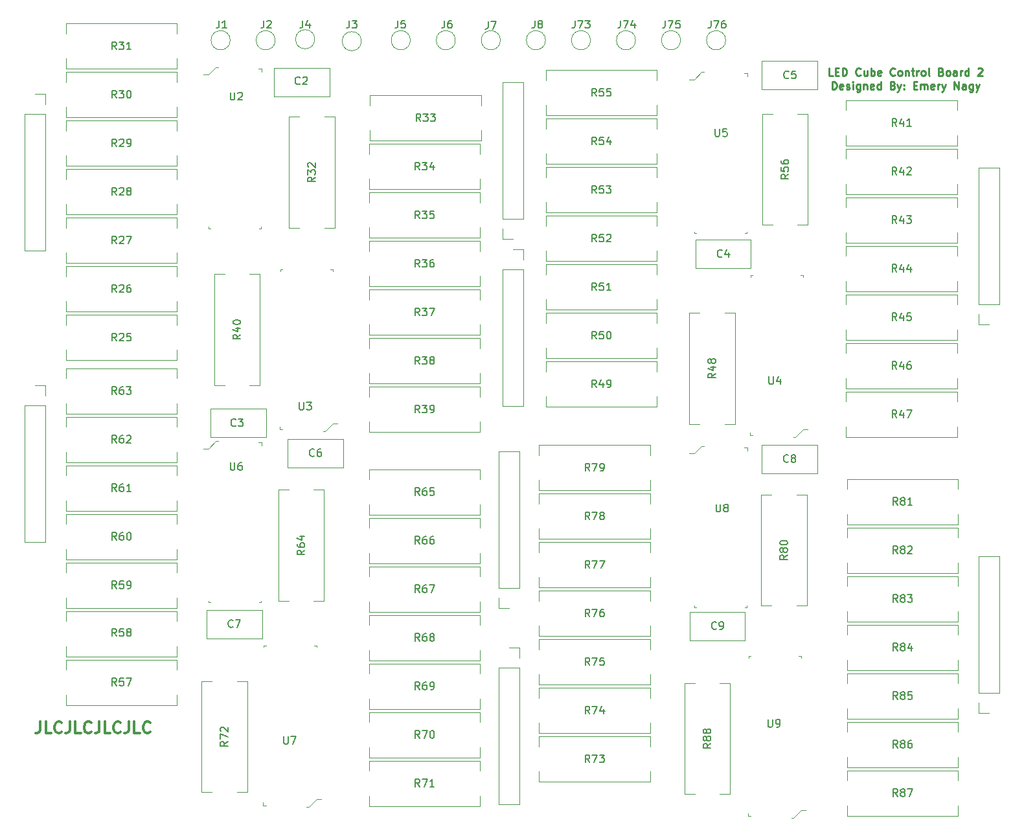
<source format=gbr>
G04 #@! TF.GenerationSoftware,KiCad,Pcbnew,(5.1.5)-3*
G04 #@! TF.CreationDate,2020-06-28T21:35:15-07:00*
G04 #@! TF.ProjectId,LED_MATRIX_SHEET_2,4c45445f-4d41-4545-9249-585f53484545,rev?*
G04 #@! TF.SameCoordinates,Original*
G04 #@! TF.FileFunction,Legend,Top*
G04 #@! TF.FilePolarity,Positive*
%FSLAX46Y46*%
G04 Gerber Fmt 4.6, Leading zero omitted, Abs format (unit mm)*
G04 Created by KiCad (PCBNEW (5.1.5)-3) date 2020-06-28 21:35:15*
%MOMM*%
%LPD*%
G04 APERTURE LIST*
%ADD10C,0.300000*%
%ADD11C,0.254000*%
%ADD12C,0.120000*%
%ADD13C,0.100000*%
%ADD14C,0.150000*%
G04 APERTURE END LIST*
D10*
X25837428Y-115764571D02*
X25837428Y-116836000D01*
X25766000Y-117050285D01*
X25623142Y-117193142D01*
X25408857Y-117264571D01*
X25266000Y-117264571D01*
X27266000Y-117264571D02*
X26551714Y-117264571D01*
X26551714Y-115764571D01*
X28623142Y-117121714D02*
X28551714Y-117193142D01*
X28337428Y-117264571D01*
X28194571Y-117264571D01*
X27980285Y-117193142D01*
X27837428Y-117050285D01*
X27766000Y-116907428D01*
X27694571Y-116621714D01*
X27694571Y-116407428D01*
X27766000Y-116121714D01*
X27837428Y-115978857D01*
X27980285Y-115836000D01*
X28194571Y-115764571D01*
X28337428Y-115764571D01*
X28551714Y-115836000D01*
X28623142Y-115907428D01*
X29694571Y-115764571D02*
X29694571Y-116836000D01*
X29623142Y-117050285D01*
X29480285Y-117193142D01*
X29266000Y-117264571D01*
X29123142Y-117264571D01*
X31123142Y-117264571D02*
X30408857Y-117264571D01*
X30408857Y-115764571D01*
X32480285Y-117121714D02*
X32408857Y-117193142D01*
X32194571Y-117264571D01*
X32051714Y-117264571D01*
X31837428Y-117193142D01*
X31694571Y-117050285D01*
X31623142Y-116907428D01*
X31551714Y-116621714D01*
X31551714Y-116407428D01*
X31623142Y-116121714D01*
X31694571Y-115978857D01*
X31837428Y-115836000D01*
X32051714Y-115764571D01*
X32194571Y-115764571D01*
X32408857Y-115836000D01*
X32480285Y-115907428D01*
X33551714Y-115764571D02*
X33551714Y-116836000D01*
X33480285Y-117050285D01*
X33337428Y-117193142D01*
X33123142Y-117264571D01*
X32980285Y-117264571D01*
X34980285Y-117264571D02*
X34266000Y-117264571D01*
X34266000Y-115764571D01*
X36337428Y-117121714D02*
X36266000Y-117193142D01*
X36051714Y-117264571D01*
X35908857Y-117264571D01*
X35694571Y-117193142D01*
X35551714Y-117050285D01*
X35480285Y-116907428D01*
X35408857Y-116621714D01*
X35408857Y-116407428D01*
X35480285Y-116121714D01*
X35551714Y-115978857D01*
X35694571Y-115836000D01*
X35908857Y-115764571D01*
X36051714Y-115764571D01*
X36266000Y-115836000D01*
X36337428Y-115907428D01*
X37408857Y-115764571D02*
X37408857Y-116836000D01*
X37337428Y-117050285D01*
X37194571Y-117193142D01*
X36980285Y-117264571D01*
X36837428Y-117264571D01*
X38837428Y-117264571D02*
X38123142Y-117264571D01*
X38123142Y-115764571D01*
X40194571Y-117121714D02*
X40123142Y-117193142D01*
X39908857Y-117264571D01*
X39766000Y-117264571D01*
X39551714Y-117193142D01*
X39408857Y-117050285D01*
X39337428Y-116907428D01*
X39266000Y-116621714D01*
X39266000Y-116407428D01*
X39337428Y-116121714D01*
X39408857Y-115978857D01*
X39551714Y-115836000D01*
X39766000Y-115764571D01*
X39908857Y-115764571D01*
X40123142Y-115836000D01*
X40194571Y-115907428D01*
D11*
X129431142Y-31320619D02*
X128947333Y-31320619D01*
X128947333Y-30304619D01*
X129769809Y-30788428D02*
X130108476Y-30788428D01*
X130253619Y-31320619D02*
X129769809Y-31320619D01*
X129769809Y-30304619D01*
X130253619Y-30304619D01*
X130689047Y-31320619D02*
X130689047Y-30304619D01*
X130930952Y-30304619D01*
X131076095Y-30353000D01*
X131172857Y-30449761D01*
X131221238Y-30546523D01*
X131269619Y-30740047D01*
X131269619Y-30885190D01*
X131221238Y-31078714D01*
X131172857Y-31175476D01*
X131076095Y-31272238D01*
X130930952Y-31320619D01*
X130689047Y-31320619D01*
X133059714Y-31223857D02*
X133011333Y-31272238D01*
X132866190Y-31320619D01*
X132769428Y-31320619D01*
X132624285Y-31272238D01*
X132527523Y-31175476D01*
X132479142Y-31078714D01*
X132430761Y-30885190D01*
X132430761Y-30740047D01*
X132479142Y-30546523D01*
X132527523Y-30449761D01*
X132624285Y-30353000D01*
X132769428Y-30304619D01*
X132866190Y-30304619D01*
X133011333Y-30353000D01*
X133059714Y-30401380D01*
X133930571Y-30643285D02*
X133930571Y-31320619D01*
X133495142Y-30643285D02*
X133495142Y-31175476D01*
X133543523Y-31272238D01*
X133640285Y-31320619D01*
X133785428Y-31320619D01*
X133882190Y-31272238D01*
X133930571Y-31223857D01*
X134414380Y-31320619D02*
X134414380Y-30304619D01*
X134414380Y-30691666D02*
X134511142Y-30643285D01*
X134704666Y-30643285D01*
X134801428Y-30691666D01*
X134849809Y-30740047D01*
X134898190Y-30836809D01*
X134898190Y-31127095D01*
X134849809Y-31223857D01*
X134801428Y-31272238D01*
X134704666Y-31320619D01*
X134511142Y-31320619D01*
X134414380Y-31272238D01*
X135720666Y-31272238D02*
X135623904Y-31320619D01*
X135430380Y-31320619D01*
X135333619Y-31272238D01*
X135285238Y-31175476D01*
X135285238Y-30788428D01*
X135333619Y-30691666D01*
X135430380Y-30643285D01*
X135623904Y-30643285D01*
X135720666Y-30691666D01*
X135769047Y-30788428D01*
X135769047Y-30885190D01*
X135285238Y-30981952D01*
X137559142Y-31223857D02*
X137510761Y-31272238D01*
X137365619Y-31320619D01*
X137268857Y-31320619D01*
X137123714Y-31272238D01*
X137026952Y-31175476D01*
X136978571Y-31078714D01*
X136930190Y-30885190D01*
X136930190Y-30740047D01*
X136978571Y-30546523D01*
X137026952Y-30449761D01*
X137123714Y-30353000D01*
X137268857Y-30304619D01*
X137365619Y-30304619D01*
X137510761Y-30353000D01*
X137559142Y-30401380D01*
X138139714Y-31320619D02*
X138042952Y-31272238D01*
X137994571Y-31223857D01*
X137946190Y-31127095D01*
X137946190Y-30836809D01*
X137994571Y-30740047D01*
X138042952Y-30691666D01*
X138139714Y-30643285D01*
X138284857Y-30643285D01*
X138381619Y-30691666D01*
X138430000Y-30740047D01*
X138478380Y-30836809D01*
X138478380Y-31127095D01*
X138430000Y-31223857D01*
X138381619Y-31272238D01*
X138284857Y-31320619D01*
X138139714Y-31320619D01*
X138913809Y-30643285D02*
X138913809Y-31320619D01*
X138913809Y-30740047D02*
X138962190Y-30691666D01*
X139058952Y-30643285D01*
X139204095Y-30643285D01*
X139300857Y-30691666D01*
X139349238Y-30788428D01*
X139349238Y-31320619D01*
X139687904Y-30643285D02*
X140074952Y-30643285D01*
X139833047Y-30304619D02*
X139833047Y-31175476D01*
X139881428Y-31272238D01*
X139978190Y-31320619D01*
X140074952Y-31320619D01*
X140413619Y-31320619D02*
X140413619Y-30643285D01*
X140413619Y-30836809D02*
X140462000Y-30740047D01*
X140510380Y-30691666D01*
X140607142Y-30643285D01*
X140703904Y-30643285D01*
X141187714Y-31320619D02*
X141090952Y-31272238D01*
X141042571Y-31223857D01*
X140994190Y-31127095D01*
X140994190Y-30836809D01*
X141042571Y-30740047D01*
X141090952Y-30691666D01*
X141187714Y-30643285D01*
X141332857Y-30643285D01*
X141429619Y-30691666D01*
X141478000Y-30740047D01*
X141526380Y-30836809D01*
X141526380Y-31127095D01*
X141478000Y-31223857D01*
X141429619Y-31272238D01*
X141332857Y-31320619D01*
X141187714Y-31320619D01*
X142106952Y-31320619D02*
X142010190Y-31272238D01*
X141961809Y-31175476D01*
X141961809Y-30304619D01*
X143606761Y-30788428D02*
X143751904Y-30836809D01*
X143800285Y-30885190D01*
X143848666Y-30981952D01*
X143848666Y-31127095D01*
X143800285Y-31223857D01*
X143751904Y-31272238D01*
X143655142Y-31320619D01*
X143268095Y-31320619D01*
X143268095Y-30304619D01*
X143606761Y-30304619D01*
X143703523Y-30353000D01*
X143751904Y-30401380D01*
X143800285Y-30498142D01*
X143800285Y-30594904D01*
X143751904Y-30691666D01*
X143703523Y-30740047D01*
X143606761Y-30788428D01*
X143268095Y-30788428D01*
X144429238Y-31320619D02*
X144332476Y-31272238D01*
X144284095Y-31223857D01*
X144235714Y-31127095D01*
X144235714Y-30836809D01*
X144284095Y-30740047D01*
X144332476Y-30691666D01*
X144429238Y-30643285D01*
X144574380Y-30643285D01*
X144671142Y-30691666D01*
X144719523Y-30740047D01*
X144767904Y-30836809D01*
X144767904Y-31127095D01*
X144719523Y-31223857D01*
X144671142Y-31272238D01*
X144574380Y-31320619D01*
X144429238Y-31320619D01*
X145638761Y-31320619D02*
X145638761Y-30788428D01*
X145590380Y-30691666D01*
X145493619Y-30643285D01*
X145300095Y-30643285D01*
X145203333Y-30691666D01*
X145638761Y-31272238D02*
X145542000Y-31320619D01*
X145300095Y-31320619D01*
X145203333Y-31272238D01*
X145154952Y-31175476D01*
X145154952Y-31078714D01*
X145203333Y-30981952D01*
X145300095Y-30933571D01*
X145542000Y-30933571D01*
X145638761Y-30885190D01*
X146122571Y-31320619D02*
X146122571Y-30643285D01*
X146122571Y-30836809D02*
X146170952Y-30740047D01*
X146219333Y-30691666D01*
X146316095Y-30643285D01*
X146412857Y-30643285D01*
X147186952Y-31320619D02*
X147186952Y-30304619D01*
X147186952Y-31272238D02*
X147090190Y-31320619D01*
X146896666Y-31320619D01*
X146799904Y-31272238D01*
X146751523Y-31223857D01*
X146703142Y-31127095D01*
X146703142Y-30836809D01*
X146751523Y-30740047D01*
X146799904Y-30691666D01*
X146896666Y-30643285D01*
X147090190Y-30643285D01*
X147186952Y-30691666D01*
X148396476Y-30401380D02*
X148444857Y-30353000D01*
X148541619Y-30304619D01*
X148783523Y-30304619D01*
X148880285Y-30353000D01*
X148928666Y-30401380D01*
X148977047Y-30498142D01*
X148977047Y-30594904D01*
X148928666Y-30740047D01*
X148348095Y-31320619D01*
X148977047Y-31320619D01*
X129358571Y-33098619D02*
X129358571Y-32082619D01*
X129600476Y-32082619D01*
X129745619Y-32131000D01*
X129842380Y-32227761D01*
X129890761Y-32324523D01*
X129939142Y-32518047D01*
X129939142Y-32663190D01*
X129890761Y-32856714D01*
X129842380Y-32953476D01*
X129745619Y-33050238D01*
X129600476Y-33098619D01*
X129358571Y-33098619D01*
X130761619Y-33050238D02*
X130664857Y-33098619D01*
X130471333Y-33098619D01*
X130374571Y-33050238D01*
X130326190Y-32953476D01*
X130326190Y-32566428D01*
X130374571Y-32469666D01*
X130471333Y-32421285D01*
X130664857Y-32421285D01*
X130761619Y-32469666D01*
X130810000Y-32566428D01*
X130810000Y-32663190D01*
X130326190Y-32759952D01*
X131197047Y-33050238D02*
X131293809Y-33098619D01*
X131487333Y-33098619D01*
X131584095Y-33050238D01*
X131632476Y-32953476D01*
X131632476Y-32905095D01*
X131584095Y-32808333D01*
X131487333Y-32759952D01*
X131342190Y-32759952D01*
X131245428Y-32711571D01*
X131197047Y-32614809D01*
X131197047Y-32566428D01*
X131245428Y-32469666D01*
X131342190Y-32421285D01*
X131487333Y-32421285D01*
X131584095Y-32469666D01*
X132067904Y-33098619D02*
X132067904Y-32421285D01*
X132067904Y-32082619D02*
X132019523Y-32131000D01*
X132067904Y-32179380D01*
X132116285Y-32131000D01*
X132067904Y-32082619D01*
X132067904Y-32179380D01*
X132987142Y-32421285D02*
X132987142Y-33243761D01*
X132938761Y-33340523D01*
X132890380Y-33388904D01*
X132793619Y-33437285D01*
X132648476Y-33437285D01*
X132551714Y-33388904D01*
X132987142Y-33050238D02*
X132890380Y-33098619D01*
X132696857Y-33098619D01*
X132600095Y-33050238D01*
X132551714Y-33001857D01*
X132503333Y-32905095D01*
X132503333Y-32614809D01*
X132551714Y-32518047D01*
X132600095Y-32469666D01*
X132696857Y-32421285D01*
X132890380Y-32421285D01*
X132987142Y-32469666D01*
X133470952Y-32421285D02*
X133470952Y-33098619D01*
X133470952Y-32518047D02*
X133519333Y-32469666D01*
X133616095Y-32421285D01*
X133761238Y-32421285D01*
X133858000Y-32469666D01*
X133906380Y-32566428D01*
X133906380Y-33098619D01*
X134777238Y-33050238D02*
X134680476Y-33098619D01*
X134486952Y-33098619D01*
X134390190Y-33050238D01*
X134341809Y-32953476D01*
X134341809Y-32566428D01*
X134390190Y-32469666D01*
X134486952Y-32421285D01*
X134680476Y-32421285D01*
X134777238Y-32469666D01*
X134825619Y-32566428D01*
X134825619Y-32663190D01*
X134341809Y-32759952D01*
X135696476Y-33098619D02*
X135696476Y-32082619D01*
X135696476Y-33050238D02*
X135599714Y-33098619D01*
X135406190Y-33098619D01*
X135309428Y-33050238D01*
X135261047Y-33001857D01*
X135212666Y-32905095D01*
X135212666Y-32614809D01*
X135261047Y-32518047D01*
X135309428Y-32469666D01*
X135406190Y-32421285D01*
X135599714Y-32421285D01*
X135696476Y-32469666D01*
X137293047Y-32566428D02*
X137438190Y-32614809D01*
X137486571Y-32663190D01*
X137534952Y-32759952D01*
X137534952Y-32905095D01*
X137486571Y-33001857D01*
X137438190Y-33050238D01*
X137341428Y-33098619D01*
X136954380Y-33098619D01*
X136954380Y-32082619D01*
X137293047Y-32082619D01*
X137389809Y-32131000D01*
X137438190Y-32179380D01*
X137486571Y-32276142D01*
X137486571Y-32372904D01*
X137438190Y-32469666D01*
X137389809Y-32518047D01*
X137293047Y-32566428D01*
X136954380Y-32566428D01*
X137873619Y-32421285D02*
X138115523Y-33098619D01*
X138357428Y-32421285D02*
X138115523Y-33098619D01*
X138018761Y-33340523D01*
X137970380Y-33388904D01*
X137873619Y-33437285D01*
X138744476Y-33001857D02*
X138792857Y-33050238D01*
X138744476Y-33098619D01*
X138696095Y-33050238D01*
X138744476Y-33001857D01*
X138744476Y-33098619D01*
X138744476Y-32469666D02*
X138792857Y-32518047D01*
X138744476Y-32566428D01*
X138696095Y-32518047D01*
X138744476Y-32469666D01*
X138744476Y-32566428D01*
X140002380Y-32566428D02*
X140341047Y-32566428D01*
X140486190Y-33098619D02*
X140002380Y-33098619D01*
X140002380Y-32082619D01*
X140486190Y-32082619D01*
X140921619Y-33098619D02*
X140921619Y-32421285D01*
X140921619Y-32518047D02*
X140970000Y-32469666D01*
X141066761Y-32421285D01*
X141211904Y-32421285D01*
X141308666Y-32469666D01*
X141357047Y-32566428D01*
X141357047Y-33098619D01*
X141357047Y-32566428D02*
X141405428Y-32469666D01*
X141502190Y-32421285D01*
X141647333Y-32421285D01*
X141744095Y-32469666D01*
X141792476Y-32566428D01*
X141792476Y-33098619D01*
X142663333Y-33050238D02*
X142566571Y-33098619D01*
X142373047Y-33098619D01*
X142276285Y-33050238D01*
X142227904Y-32953476D01*
X142227904Y-32566428D01*
X142276285Y-32469666D01*
X142373047Y-32421285D01*
X142566571Y-32421285D01*
X142663333Y-32469666D01*
X142711714Y-32566428D01*
X142711714Y-32663190D01*
X142227904Y-32759952D01*
X143147142Y-33098619D02*
X143147142Y-32421285D01*
X143147142Y-32614809D02*
X143195523Y-32518047D01*
X143243904Y-32469666D01*
X143340666Y-32421285D01*
X143437428Y-32421285D01*
X143679333Y-32421285D02*
X143921238Y-33098619D01*
X144163142Y-32421285D02*
X143921238Y-33098619D01*
X143824476Y-33340523D01*
X143776095Y-33388904D01*
X143679333Y-33437285D01*
X145324285Y-33098619D02*
X145324285Y-32082619D01*
X145904857Y-33098619D01*
X145904857Y-32082619D01*
X146824095Y-33098619D02*
X146824095Y-32566428D01*
X146775714Y-32469666D01*
X146678952Y-32421285D01*
X146485428Y-32421285D01*
X146388666Y-32469666D01*
X146824095Y-33050238D02*
X146727333Y-33098619D01*
X146485428Y-33098619D01*
X146388666Y-33050238D01*
X146340285Y-32953476D01*
X146340285Y-32856714D01*
X146388666Y-32759952D01*
X146485428Y-32711571D01*
X146727333Y-32711571D01*
X146824095Y-32663190D01*
X147743333Y-32421285D02*
X147743333Y-33243761D01*
X147694952Y-33340523D01*
X147646571Y-33388904D01*
X147549809Y-33437285D01*
X147404666Y-33437285D01*
X147307904Y-33388904D01*
X147743333Y-33050238D02*
X147646571Y-33098619D01*
X147453047Y-33098619D01*
X147356285Y-33050238D01*
X147307904Y-33001857D01*
X147259523Y-32905095D01*
X147259523Y-32614809D01*
X147307904Y-32518047D01*
X147356285Y-32469666D01*
X147453047Y-32421285D01*
X147646571Y-32421285D01*
X147743333Y-32469666D01*
X148130380Y-32421285D02*
X148372285Y-33098619D01*
X148614190Y-32421285D02*
X148372285Y-33098619D01*
X148275523Y-33340523D01*
X148227142Y-33388904D01*
X148130380Y-33437285D01*
D12*
X29179000Y-107647000D02*
X29179000Y-108977000D01*
X43719000Y-107647000D02*
X29179000Y-107647000D01*
X43719000Y-108977000D02*
X43719000Y-107647000D01*
X29179000Y-113587000D02*
X29179000Y-112257000D01*
X43719000Y-113587000D02*
X29179000Y-113587000D01*
X43719000Y-112257000D02*
X43719000Y-113587000D01*
X83343000Y-95045000D02*
X83343000Y-93715000D01*
X68803000Y-95045000D02*
X83343000Y-95045000D01*
X68803000Y-93715000D02*
X68803000Y-95045000D01*
X83343000Y-89105000D02*
X83343000Y-90435000D01*
X68803000Y-89105000D02*
X83343000Y-89105000D01*
X68803000Y-90435000D02*
X68803000Y-89105000D01*
X83470000Y-39800000D02*
X83470000Y-38470000D01*
X68930000Y-39800000D02*
X83470000Y-39800000D01*
X68930000Y-38470000D02*
X68930000Y-39800000D01*
X83470000Y-33860000D02*
X83470000Y-35190000D01*
X68930000Y-33860000D02*
X83470000Y-33860000D01*
X68930000Y-35190000D02*
X68930000Y-33860000D01*
X149860000Y-114614000D02*
X148530000Y-114614000D01*
X148530000Y-114614000D02*
X148530000Y-113284000D01*
X148530000Y-112014000D02*
X148530000Y-94174000D01*
X151190000Y-94174000D02*
X148530000Y-94174000D01*
X151190000Y-112014000D02*
X151190000Y-94174000D01*
X151190000Y-112014000D02*
X148530000Y-112014000D01*
X87122000Y-106112000D02*
X88452000Y-106112000D01*
X88452000Y-106112000D02*
X88452000Y-107442000D01*
X88452000Y-108712000D02*
X88452000Y-126552000D01*
X85792000Y-126552000D02*
X88452000Y-126552000D01*
X85792000Y-108712000D02*
X85792000Y-126552000D01*
X85792000Y-108712000D02*
X88452000Y-108712000D01*
X87122000Y-100898000D02*
X85792000Y-100898000D01*
X85792000Y-100898000D02*
X85792000Y-99568000D01*
X85792000Y-98298000D02*
X85792000Y-80458000D01*
X88452000Y-80458000D02*
X85792000Y-80458000D01*
X88452000Y-98298000D02*
X88452000Y-80458000D01*
X88452000Y-98298000D02*
X85792000Y-98298000D01*
X25146000Y-71822000D02*
X26476000Y-71822000D01*
X26476000Y-71822000D02*
X26476000Y-73152000D01*
X26476000Y-74422000D02*
X26476000Y-92262000D01*
X23816000Y-92262000D02*
X26476000Y-92262000D01*
X23816000Y-74422000D02*
X23816000Y-92262000D01*
X23816000Y-74422000D02*
X26476000Y-74422000D01*
X87630000Y-54042000D02*
X88960000Y-54042000D01*
X88960000Y-54042000D02*
X88960000Y-55372000D01*
X88960000Y-56642000D02*
X88960000Y-74482000D01*
X86300000Y-74482000D02*
X88960000Y-74482000D01*
X86300000Y-56642000D02*
X86300000Y-74482000D01*
X86300000Y-56642000D02*
X88960000Y-56642000D01*
X149860000Y-63814000D02*
X148530000Y-63814000D01*
X148530000Y-63814000D02*
X148530000Y-62484000D01*
X148530000Y-61214000D02*
X148530000Y-43374000D01*
X151190000Y-43374000D02*
X148530000Y-43374000D01*
X151190000Y-61214000D02*
X151190000Y-43374000D01*
X151190000Y-61214000D02*
X148530000Y-61214000D01*
X87630000Y-52638000D02*
X86300000Y-52638000D01*
X86300000Y-52638000D02*
X86300000Y-51308000D01*
X86300000Y-50038000D02*
X86300000Y-32198000D01*
X88960000Y-32198000D02*
X86300000Y-32198000D01*
X88960000Y-50038000D02*
X88960000Y-32198000D01*
X88960000Y-50038000D02*
X86300000Y-50038000D01*
X25146000Y-33722000D02*
X26476000Y-33722000D01*
X26476000Y-33722000D02*
X26476000Y-35052000D01*
X26476000Y-36322000D02*
X26476000Y-54162000D01*
X23816000Y-54162000D02*
X26476000Y-54162000D01*
X23816000Y-36322000D02*
X23816000Y-54162000D01*
X23816000Y-36322000D02*
X26476000Y-36322000D01*
D13*
X64089000Y-56865000D02*
X64089000Y-56665000D01*
X64089000Y-56665000D02*
X63789000Y-56665000D01*
X57489000Y-56665000D02*
X57189000Y-56665000D01*
X57189000Y-56665000D02*
X57189000Y-56865000D01*
X64469000Y-76765000D02*
X64719000Y-76765000D01*
X64089000Y-76765000D02*
X64459000Y-76765000D01*
X62789000Y-77765000D02*
X63089000Y-77765000D01*
X63089000Y-77765000D02*
X64089000Y-76765000D01*
X57109000Y-77175000D02*
X57109000Y-77575000D01*
X57109000Y-77575000D02*
X57509000Y-77575000D01*
X54778000Y-79270000D02*
X54378000Y-79270000D01*
X54778000Y-79670000D02*
X54778000Y-79270000D01*
X48798000Y-79080000D02*
X47798000Y-80080000D01*
X49098000Y-79080000D02*
X48798000Y-79080000D01*
X47798000Y-80080000D02*
X47428000Y-80080000D01*
X47418000Y-80080000D02*
X47168000Y-80080000D01*
X54698000Y-100180000D02*
X54698000Y-99980000D01*
X54398000Y-100180000D02*
X54698000Y-100180000D01*
X47798000Y-100180000D02*
X48098000Y-100180000D01*
X47798000Y-99980000D02*
X47798000Y-100180000D01*
D12*
X106457000Y-54218000D02*
X106457000Y-55548000D01*
X106457000Y-55548000D02*
X91917000Y-55548000D01*
X91917000Y-55548000D02*
X91917000Y-54218000D01*
X106457000Y-50938000D02*
X106457000Y-49608000D01*
X106457000Y-49608000D02*
X91917000Y-49608000D01*
X91917000Y-49608000D02*
X91917000Y-50938000D01*
X83343000Y-71550000D02*
X83343000Y-70220000D01*
X68803000Y-71550000D02*
X83343000Y-71550000D01*
X68803000Y-70220000D02*
X68803000Y-71550000D01*
X83343000Y-65610000D02*
X83343000Y-66940000D01*
X68803000Y-65610000D02*
X83343000Y-65610000D01*
X68803000Y-66940000D02*
X68803000Y-65610000D01*
X65429000Y-78775000D02*
X65429000Y-82515000D01*
X58189000Y-78775000D02*
X58189000Y-82515000D01*
X58189000Y-82515000D02*
X65429000Y-82515000D01*
X58189000Y-78775000D02*
X65429000Y-78775000D01*
D13*
X47798000Y-51085000D02*
X47798000Y-51285000D01*
X47798000Y-51285000D02*
X48098000Y-51285000D01*
X54398000Y-51285000D02*
X54698000Y-51285000D01*
X54698000Y-51285000D02*
X54698000Y-51085000D01*
X47418000Y-31185000D02*
X47168000Y-31185000D01*
X47798000Y-31185000D02*
X47428000Y-31185000D01*
X49098000Y-30185000D02*
X48798000Y-30185000D01*
X48798000Y-30185000D02*
X47798000Y-31185000D01*
X54778000Y-30775000D02*
X54778000Y-30375000D01*
X54778000Y-30375000D02*
X54378000Y-30375000D01*
D12*
X63651000Y-30261000D02*
X63651000Y-34001000D01*
X56411000Y-30261000D02*
X56411000Y-34001000D01*
X56411000Y-34001000D02*
X63651000Y-34001000D01*
X56411000Y-30261000D02*
X63651000Y-30261000D01*
X55349000Y-78578000D02*
X48109000Y-78578000D01*
X55349000Y-74838000D02*
X48109000Y-74838000D01*
X55349000Y-78578000D02*
X55349000Y-74838000D01*
X48109000Y-78578000D02*
X48109000Y-74838000D01*
X118722000Y-56480000D02*
X111482000Y-56480000D01*
X118722000Y-52740000D02*
X111482000Y-52740000D01*
X118722000Y-56480000D02*
X118722000Y-52740000D01*
X111482000Y-56480000D02*
X111482000Y-52740000D01*
X120165000Y-29372000D02*
X127405000Y-29372000D01*
X120165000Y-33112000D02*
X127405000Y-33112000D01*
X120165000Y-29372000D02*
X120165000Y-33112000D01*
X127405000Y-29372000D02*
X127405000Y-33112000D01*
X54841000Y-104867000D02*
X47601000Y-104867000D01*
X54841000Y-101127000D02*
X47601000Y-101127000D01*
X54841000Y-104867000D02*
X54841000Y-101127000D01*
X47601000Y-104867000D02*
X47601000Y-101127000D01*
X127405000Y-79537000D02*
X127405000Y-83277000D01*
X120165000Y-79537000D02*
X120165000Y-83277000D01*
X120165000Y-83277000D02*
X127405000Y-83277000D01*
X120165000Y-79537000D02*
X127405000Y-79537000D01*
X110720000Y-105121000D02*
X110720000Y-101381000D01*
X117960000Y-105121000D02*
X117960000Y-101381000D01*
X117960000Y-101381000D02*
X110720000Y-101381000D01*
X117960000Y-105121000D02*
X110720000Y-105121000D01*
X50654000Y-26670000D02*
G75*
G03X50654000Y-26670000I-1251000J0D01*
G01*
X56542181Y-26670000D02*
G75*
G03X56542181Y-26670000I-1251000J0D01*
G01*
X67799000Y-26797000D02*
G75*
G03X67799000Y-26797000I-1251000J0D01*
G01*
X61703000Y-26543000D02*
G75*
G03X61703000Y-26543000I-1251000J0D01*
G01*
X74206724Y-26670000D02*
G75*
G03X74206724Y-26670000I-1251000J0D01*
G01*
X80094905Y-26670000D02*
G75*
G03X80094905Y-26670000I-1251000J0D01*
G01*
X85983086Y-26670000D02*
G75*
G03X85983086Y-26670000I-1251000J0D01*
G01*
X91871267Y-26670000D02*
G75*
G03X91871267Y-26670000I-1251000J0D01*
G01*
X97759448Y-26670000D02*
G75*
G03X97759448Y-26670000I-1251000J0D01*
G01*
X103647629Y-26670000D02*
G75*
G03X103647629Y-26670000I-1251000J0D01*
G01*
X109535810Y-26670000D02*
G75*
G03X109535810Y-26670000I-1251000J0D01*
G01*
X115424000Y-26670000D02*
G75*
G03X115424000Y-26670000I-1251000J0D01*
G01*
X43719000Y-67172000D02*
X43719000Y-68502000D01*
X43719000Y-68502000D02*
X29179000Y-68502000D01*
X29179000Y-68502000D02*
X29179000Y-67172000D01*
X43719000Y-63892000D02*
X43719000Y-62562000D01*
X43719000Y-62562000D02*
X29179000Y-62562000D01*
X29179000Y-62562000D02*
X29179000Y-63892000D01*
X29179000Y-56212000D02*
X29179000Y-57542000D01*
X43719000Y-56212000D02*
X29179000Y-56212000D01*
X43719000Y-57542000D02*
X43719000Y-56212000D01*
X29179000Y-62152000D02*
X29179000Y-60822000D01*
X43719000Y-62152000D02*
X29179000Y-62152000D01*
X43719000Y-60822000D02*
X43719000Y-62152000D01*
X29179000Y-49862000D02*
X29179000Y-51192000D01*
X43719000Y-49862000D02*
X29179000Y-49862000D01*
X43719000Y-51192000D02*
X43719000Y-49862000D01*
X29179000Y-55802000D02*
X29179000Y-54472000D01*
X43719000Y-55802000D02*
X29179000Y-55802000D01*
X43719000Y-54472000D02*
X43719000Y-55802000D01*
X43719000Y-48122000D02*
X43719000Y-49452000D01*
X43719000Y-49452000D02*
X29179000Y-49452000D01*
X29179000Y-49452000D02*
X29179000Y-48122000D01*
X43719000Y-44842000D02*
X43719000Y-43512000D01*
X43719000Y-43512000D02*
X29179000Y-43512000D01*
X29179000Y-43512000D02*
X29179000Y-44842000D01*
X29179000Y-37162000D02*
X29179000Y-38492000D01*
X43719000Y-37162000D02*
X29179000Y-37162000D01*
X43719000Y-38492000D02*
X43719000Y-37162000D01*
X29179000Y-43102000D02*
X29179000Y-41772000D01*
X43719000Y-43102000D02*
X29179000Y-43102000D01*
X43719000Y-41772000D02*
X43719000Y-43102000D01*
X43719000Y-35422000D02*
X43719000Y-36752000D01*
X43719000Y-36752000D02*
X29179000Y-36752000D01*
X29179000Y-36752000D02*
X29179000Y-35422000D01*
X43719000Y-32142000D02*
X43719000Y-30812000D01*
X43719000Y-30812000D02*
X29179000Y-30812000D01*
X29179000Y-30812000D02*
X29179000Y-32142000D01*
X29179000Y-24462000D02*
X29179000Y-25792000D01*
X43719000Y-24462000D02*
X29179000Y-24462000D01*
X43719000Y-25792000D02*
X43719000Y-24462000D01*
X29179000Y-30402000D02*
X29179000Y-29072000D01*
X43719000Y-30402000D02*
X29179000Y-30402000D01*
X43719000Y-29072000D02*
X43719000Y-30402000D01*
X62981000Y-36672000D02*
X64311000Y-36672000D01*
X64311000Y-36672000D02*
X64311000Y-51212000D01*
X64311000Y-51212000D02*
X62981000Y-51212000D01*
X59701000Y-36672000D02*
X58371000Y-36672000D01*
X58371000Y-36672000D02*
X58371000Y-51212000D01*
X58371000Y-51212000D02*
X59701000Y-51212000D01*
X83343000Y-46150000D02*
X83343000Y-44820000D01*
X68803000Y-46150000D02*
X83343000Y-46150000D01*
X68803000Y-44820000D02*
X68803000Y-46150000D01*
X83343000Y-40210000D02*
X83343000Y-41540000D01*
X68803000Y-40210000D02*
X83343000Y-40210000D01*
X68803000Y-41540000D02*
X68803000Y-40210000D01*
X68803000Y-47890000D02*
X68803000Y-46560000D01*
X68803000Y-46560000D02*
X83343000Y-46560000D01*
X83343000Y-46560000D02*
X83343000Y-47890000D01*
X68803000Y-51170000D02*
X68803000Y-52500000D01*
X68803000Y-52500000D02*
X83343000Y-52500000D01*
X83343000Y-52500000D02*
X83343000Y-51170000D01*
X83343000Y-58850000D02*
X83343000Y-57520000D01*
X68803000Y-58850000D02*
X83343000Y-58850000D01*
X68803000Y-57520000D02*
X68803000Y-58850000D01*
X83343000Y-52910000D02*
X83343000Y-54240000D01*
X68803000Y-52910000D02*
X83343000Y-52910000D01*
X68803000Y-54240000D02*
X68803000Y-52910000D01*
X68803000Y-60590000D02*
X68803000Y-59260000D01*
X68803000Y-59260000D02*
X83343000Y-59260000D01*
X83343000Y-59260000D02*
X83343000Y-60590000D01*
X68803000Y-63870000D02*
X68803000Y-65200000D01*
X68803000Y-65200000D02*
X83343000Y-65200000D01*
X83343000Y-65200000D02*
X83343000Y-63870000D01*
X68803000Y-73290000D02*
X68803000Y-71960000D01*
X68803000Y-71960000D02*
X83343000Y-71960000D01*
X83343000Y-71960000D02*
X83343000Y-73290000D01*
X68803000Y-76570000D02*
X68803000Y-77900000D01*
X68803000Y-77900000D02*
X83343000Y-77900000D01*
X83343000Y-77900000D02*
X83343000Y-76570000D01*
X54532000Y-57246000D02*
X53202000Y-57246000D01*
X54532000Y-71786000D02*
X54532000Y-57246000D01*
X53202000Y-71786000D02*
X54532000Y-71786000D01*
X48592000Y-57246000D02*
X49922000Y-57246000D01*
X48592000Y-71786000D02*
X48592000Y-57246000D01*
X49922000Y-71786000D02*
X48592000Y-71786000D01*
X131160000Y-35825000D02*
X131160000Y-34495000D01*
X131160000Y-34495000D02*
X145700000Y-34495000D01*
X145700000Y-34495000D02*
X145700000Y-35825000D01*
X131160000Y-39105000D02*
X131160000Y-40435000D01*
X131160000Y-40435000D02*
X145700000Y-40435000D01*
X145700000Y-40435000D02*
X145700000Y-39105000D01*
X145700000Y-46785000D02*
X145700000Y-45455000D01*
X131160000Y-46785000D02*
X145700000Y-46785000D01*
X131160000Y-45455000D02*
X131160000Y-46785000D01*
X145700000Y-40845000D02*
X145700000Y-42175000D01*
X131160000Y-40845000D02*
X145700000Y-40845000D01*
X131160000Y-42175000D02*
X131160000Y-40845000D01*
X145700000Y-53135000D02*
X145700000Y-51805000D01*
X131160000Y-53135000D02*
X145700000Y-53135000D01*
X131160000Y-51805000D02*
X131160000Y-53135000D01*
X145700000Y-47195000D02*
X145700000Y-48525000D01*
X131160000Y-47195000D02*
X145700000Y-47195000D01*
X131160000Y-48525000D02*
X131160000Y-47195000D01*
X131160000Y-54875000D02*
X131160000Y-53545000D01*
X131160000Y-53545000D02*
X145700000Y-53545000D01*
X145700000Y-53545000D02*
X145700000Y-54875000D01*
X131160000Y-58155000D02*
X131160000Y-59485000D01*
X131160000Y-59485000D02*
X145700000Y-59485000D01*
X145700000Y-59485000D02*
X145700000Y-58155000D01*
X145700000Y-65835000D02*
X145700000Y-64505000D01*
X131160000Y-65835000D02*
X145700000Y-65835000D01*
X131160000Y-64505000D02*
X131160000Y-65835000D01*
X145700000Y-59895000D02*
X145700000Y-61225000D01*
X131160000Y-59895000D02*
X145700000Y-59895000D01*
X131160000Y-61225000D02*
X131160000Y-59895000D01*
X131160000Y-67575000D02*
X131160000Y-66245000D01*
X131160000Y-66245000D02*
X145700000Y-66245000D01*
X145700000Y-66245000D02*
X145700000Y-67575000D01*
X131160000Y-70855000D02*
X131160000Y-72185000D01*
X131160000Y-72185000D02*
X145700000Y-72185000D01*
X145700000Y-72185000D02*
X145700000Y-70855000D01*
X145700000Y-78535000D02*
X145700000Y-77205000D01*
X131160000Y-78535000D02*
X145700000Y-78535000D01*
X131160000Y-77205000D02*
X131160000Y-78535000D01*
X145700000Y-72595000D02*
X145700000Y-73925000D01*
X131160000Y-72595000D02*
X145700000Y-72595000D01*
X131160000Y-73925000D02*
X131160000Y-72595000D01*
X112025000Y-76866000D02*
X110695000Y-76866000D01*
X110695000Y-76866000D02*
X110695000Y-62326000D01*
X110695000Y-62326000D02*
X112025000Y-62326000D01*
X115305000Y-76866000D02*
X116635000Y-76866000D01*
X116635000Y-76866000D02*
X116635000Y-62326000D01*
X116635000Y-62326000D02*
X115305000Y-62326000D01*
X91917000Y-68658000D02*
X91917000Y-69988000D01*
X106457000Y-68658000D02*
X91917000Y-68658000D01*
X106457000Y-69988000D02*
X106457000Y-68658000D01*
X91917000Y-74598000D02*
X91917000Y-73268000D01*
X106457000Y-74598000D02*
X91917000Y-74598000D01*
X106457000Y-73268000D02*
X106457000Y-74598000D01*
X106457000Y-66918000D02*
X106457000Y-68248000D01*
X106457000Y-68248000D02*
X91917000Y-68248000D01*
X91917000Y-68248000D02*
X91917000Y-66918000D01*
X106457000Y-63638000D02*
X106457000Y-62308000D01*
X106457000Y-62308000D02*
X91917000Y-62308000D01*
X91917000Y-62308000D02*
X91917000Y-63638000D01*
X91917000Y-55958000D02*
X91917000Y-57288000D01*
X106457000Y-55958000D02*
X91917000Y-55958000D01*
X106457000Y-57288000D02*
X106457000Y-55958000D01*
X91917000Y-61898000D02*
X91917000Y-60568000D01*
X106457000Y-61898000D02*
X91917000Y-61898000D01*
X106457000Y-60568000D02*
X106457000Y-61898000D01*
X91917000Y-43258000D02*
X91917000Y-44588000D01*
X106457000Y-43258000D02*
X91917000Y-43258000D01*
X106457000Y-44588000D02*
X106457000Y-43258000D01*
X91917000Y-49198000D02*
X91917000Y-47868000D01*
X106457000Y-49198000D02*
X91917000Y-49198000D01*
X106457000Y-47868000D02*
X106457000Y-49198000D01*
X106457000Y-41518000D02*
X106457000Y-42848000D01*
X106457000Y-42848000D02*
X91917000Y-42848000D01*
X91917000Y-42848000D02*
X91917000Y-41518000D01*
X106457000Y-38238000D02*
X106457000Y-36908000D01*
X106457000Y-36908000D02*
X91917000Y-36908000D01*
X91917000Y-36908000D02*
X91917000Y-38238000D01*
X91917000Y-30558000D02*
X91917000Y-31888000D01*
X106457000Y-30558000D02*
X91917000Y-30558000D01*
X106457000Y-31888000D02*
X106457000Y-30558000D01*
X91917000Y-36498000D02*
X91917000Y-35168000D01*
X106457000Y-36498000D02*
X91917000Y-36498000D01*
X106457000Y-35168000D02*
X106457000Y-36498000D01*
X124830000Y-36291000D02*
X126160000Y-36291000D01*
X126160000Y-36291000D02*
X126160000Y-50831000D01*
X126160000Y-50831000D02*
X124830000Y-50831000D01*
X121550000Y-36291000D02*
X120220000Y-36291000D01*
X120220000Y-36291000D02*
X120220000Y-50831000D01*
X120220000Y-50831000D02*
X121550000Y-50831000D01*
X43719000Y-105907000D02*
X43719000Y-107237000D01*
X43719000Y-107237000D02*
X29179000Y-107237000D01*
X29179000Y-107237000D02*
X29179000Y-105907000D01*
X43719000Y-102627000D02*
X43719000Y-101297000D01*
X43719000Y-101297000D02*
X29179000Y-101297000D01*
X29179000Y-101297000D02*
X29179000Y-102627000D01*
X43719000Y-99557000D02*
X43719000Y-100887000D01*
X43719000Y-100887000D02*
X29179000Y-100887000D01*
X29179000Y-100887000D02*
X29179000Y-99557000D01*
X43719000Y-96277000D02*
X43719000Y-94947000D01*
X43719000Y-94947000D02*
X29179000Y-94947000D01*
X29179000Y-94947000D02*
X29179000Y-96277000D01*
X29179000Y-88597000D02*
X29179000Y-89927000D01*
X43719000Y-88597000D02*
X29179000Y-88597000D01*
X43719000Y-89927000D02*
X43719000Y-88597000D01*
X29179000Y-94537000D02*
X29179000Y-93207000D01*
X43719000Y-94537000D02*
X29179000Y-94537000D01*
X43719000Y-93207000D02*
X43719000Y-94537000D01*
X43719000Y-86857000D02*
X43719000Y-88187000D01*
X43719000Y-88187000D02*
X29179000Y-88187000D01*
X29179000Y-88187000D02*
X29179000Y-86857000D01*
X43719000Y-83577000D02*
X43719000Y-82247000D01*
X43719000Y-82247000D02*
X29179000Y-82247000D01*
X29179000Y-82247000D02*
X29179000Y-83577000D01*
X29179000Y-75897000D02*
X29179000Y-77227000D01*
X43719000Y-75897000D02*
X29179000Y-75897000D01*
X43719000Y-77227000D02*
X43719000Y-75897000D01*
X29179000Y-81837000D02*
X29179000Y-80507000D01*
X43719000Y-81837000D02*
X29179000Y-81837000D01*
X43719000Y-80507000D02*
X43719000Y-81837000D01*
X43719000Y-74157000D02*
X43719000Y-75487000D01*
X43719000Y-75487000D02*
X29179000Y-75487000D01*
X29179000Y-75487000D02*
X29179000Y-74157000D01*
X43719000Y-70877000D02*
X43719000Y-69547000D01*
X43719000Y-69547000D02*
X29179000Y-69547000D01*
X29179000Y-69547000D02*
X29179000Y-70877000D01*
X56974000Y-99980000D02*
X58304000Y-99980000D01*
X56974000Y-85440000D02*
X56974000Y-99980000D01*
X58304000Y-85440000D02*
X56974000Y-85440000D01*
X62914000Y-99980000D02*
X61584000Y-99980000D01*
X62914000Y-85440000D02*
X62914000Y-99980000D01*
X61584000Y-85440000D02*
X62914000Y-85440000D01*
X68803000Y-84085000D02*
X68803000Y-82755000D01*
X68803000Y-82755000D02*
X83343000Y-82755000D01*
X83343000Y-82755000D02*
X83343000Y-84085000D01*
X68803000Y-87365000D02*
X68803000Y-88695000D01*
X68803000Y-88695000D02*
X83343000Y-88695000D01*
X83343000Y-88695000D02*
X83343000Y-87365000D01*
X68803000Y-96785000D02*
X68803000Y-95455000D01*
X68803000Y-95455000D02*
X83343000Y-95455000D01*
X83343000Y-95455000D02*
X83343000Y-96785000D01*
X68803000Y-100065000D02*
X68803000Y-101395000D01*
X68803000Y-101395000D02*
X83343000Y-101395000D01*
X83343000Y-101395000D02*
X83343000Y-100065000D01*
X83343000Y-107745000D02*
X83343000Y-106415000D01*
X68803000Y-107745000D02*
X83343000Y-107745000D01*
X68803000Y-106415000D02*
X68803000Y-107745000D01*
X83343000Y-101805000D02*
X83343000Y-103135000D01*
X68803000Y-101805000D02*
X83343000Y-101805000D01*
X68803000Y-103135000D02*
X68803000Y-101805000D01*
X68803000Y-109485000D02*
X68803000Y-108155000D01*
X68803000Y-108155000D02*
X83343000Y-108155000D01*
X83343000Y-108155000D02*
X83343000Y-109485000D01*
X68803000Y-112765000D02*
X68803000Y-114095000D01*
X68803000Y-114095000D02*
X83343000Y-114095000D01*
X83343000Y-114095000D02*
X83343000Y-112765000D01*
X83343000Y-120445000D02*
X83343000Y-119115000D01*
X68803000Y-120445000D02*
X83343000Y-120445000D01*
X68803000Y-119115000D02*
X68803000Y-120445000D01*
X83343000Y-114505000D02*
X83343000Y-115835000D01*
X68803000Y-114505000D02*
X83343000Y-114505000D01*
X68803000Y-115835000D02*
X68803000Y-114505000D01*
X68803000Y-122185000D02*
X68803000Y-120855000D01*
X68803000Y-120855000D02*
X83343000Y-120855000D01*
X83343000Y-120855000D02*
X83343000Y-122185000D01*
X68803000Y-125465000D02*
X68803000Y-126795000D01*
X68803000Y-126795000D02*
X83343000Y-126795000D01*
X83343000Y-126795000D02*
X83343000Y-125465000D01*
X52881000Y-110459000D02*
X51551000Y-110459000D01*
X52881000Y-124999000D02*
X52881000Y-110459000D01*
X51551000Y-124999000D02*
X52881000Y-124999000D01*
X46941000Y-110459000D02*
X48271000Y-110459000D01*
X46941000Y-124999000D02*
X46941000Y-110459000D01*
X48271000Y-124999000D02*
X46941000Y-124999000D01*
X91028000Y-117680000D02*
X91028000Y-119010000D01*
X105568000Y-117680000D02*
X91028000Y-117680000D01*
X105568000Y-119010000D02*
X105568000Y-117680000D01*
X91028000Y-123620000D02*
X91028000Y-122290000D01*
X105568000Y-123620000D02*
X91028000Y-123620000D01*
X105568000Y-122290000D02*
X105568000Y-123620000D01*
X105568000Y-115940000D02*
X105568000Y-117270000D01*
X105568000Y-117270000D02*
X91028000Y-117270000D01*
X91028000Y-117270000D02*
X91028000Y-115940000D01*
X105568000Y-112660000D02*
X105568000Y-111330000D01*
X105568000Y-111330000D02*
X91028000Y-111330000D01*
X91028000Y-111330000D02*
X91028000Y-112660000D01*
X105568000Y-109590000D02*
X105568000Y-110920000D01*
X105568000Y-110920000D02*
X91028000Y-110920000D01*
X91028000Y-110920000D02*
X91028000Y-109590000D01*
X105568000Y-106310000D02*
X105568000Y-104980000D01*
X105568000Y-104980000D02*
X91028000Y-104980000D01*
X91028000Y-104980000D02*
X91028000Y-106310000D01*
X105568000Y-103240000D02*
X105568000Y-104570000D01*
X105568000Y-104570000D02*
X91028000Y-104570000D01*
X91028000Y-104570000D02*
X91028000Y-103240000D01*
X105568000Y-99960000D02*
X105568000Y-98630000D01*
X105568000Y-98630000D02*
X91028000Y-98630000D01*
X91028000Y-98630000D02*
X91028000Y-99960000D01*
X91028000Y-92280000D02*
X91028000Y-93610000D01*
X105568000Y-92280000D02*
X91028000Y-92280000D01*
X105568000Y-93610000D02*
X105568000Y-92280000D01*
X91028000Y-98220000D02*
X91028000Y-96890000D01*
X105568000Y-98220000D02*
X91028000Y-98220000D01*
X105568000Y-96890000D02*
X105568000Y-98220000D01*
X105568000Y-90540000D02*
X105568000Y-91870000D01*
X105568000Y-91870000D02*
X91028000Y-91870000D01*
X91028000Y-91870000D02*
X91028000Y-90540000D01*
X105568000Y-87260000D02*
X105568000Y-85930000D01*
X105568000Y-85930000D02*
X91028000Y-85930000D01*
X91028000Y-85930000D02*
X91028000Y-87260000D01*
X91028000Y-79580000D02*
X91028000Y-80910000D01*
X105568000Y-79580000D02*
X91028000Y-79580000D01*
X105568000Y-80910000D02*
X105568000Y-79580000D01*
X91028000Y-85520000D02*
X91028000Y-84190000D01*
X105568000Y-85520000D02*
X91028000Y-85520000D01*
X105568000Y-84190000D02*
X105568000Y-85520000D01*
X124703000Y-86075000D02*
X126033000Y-86075000D01*
X126033000Y-86075000D02*
X126033000Y-100615000D01*
X126033000Y-100615000D02*
X124703000Y-100615000D01*
X121423000Y-86075000D02*
X120093000Y-86075000D01*
X120093000Y-86075000D02*
X120093000Y-100615000D01*
X120093000Y-100615000D02*
X121423000Y-100615000D01*
X131287000Y-85355000D02*
X131287000Y-84025000D01*
X131287000Y-84025000D02*
X145827000Y-84025000D01*
X145827000Y-84025000D02*
X145827000Y-85355000D01*
X131287000Y-88635000D02*
X131287000Y-89965000D01*
X131287000Y-89965000D02*
X145827000Y-89965000D01*
X145827000Y-89965000D02*
X145827000Y-88635000D01*
X145827000Y-96315000D02*
X145827000Y-94985000D01*
X131287000Y-96315000D02*
X145827000Y-96315000D01*
X131287000Y-94985000D02*
X131287000Y-96315000D01*
X145827000Y-90375000D02*
X145827000Y-91705000D01*
X131287000Y-90375000D02*
X145827000Y-90375000D01*
X131287000Y-91705000D02*
X131287000Y-90375000D01*
X145827000Y-102665000D02*
X145827000Y-101335000D01*
X131287000Y-102665000D02*
X145827000Y-102665000D01*
X131287000Y-101335000D02*
X131287000Y-102665000D01*
X145827000Y-96725000D02*
X145827000Y-98055000D01*
X131287000Y-96725000D02*
X145827000Y-96725000D01*
X131287000Y-98055000D02*
X131287000Y-96725000D01*
X131287000Y-104405000D02*
X131287000Y-103075000D01*
X131287000Y-103075000D02*
X145827000Y-103075000D01*
X145827000Y-103075000D02*
X145827000Y-104405000D01*
X131287000Y-107685000D02*
X131287000Y-109015000D01*
X131287000Y-109015000D02*
X145827000Y-109015000D01*
X145827000Y-109015000D02*
X145827000Y-107685000D01*
X145827000Y-115365000D02*
X145827000Y-114035000D01*
X131287000Y-115365000D02*
X145827000Y-115365000D01*
X131287000Y-114035000D02*
X131287000Y-115365000D01*
X145827000Y-109425000D02*
X145827000Y-110755000D01*
X131287000Y-109425000D02*
X145827000Y-109425000D01*
X131287000Y-110755000D02*
X131287000Y-109425000D01*
X131287000Y-117105000D02*
X131287000Y-115775000D01*
X131287000Y-115775000D02*
X145827000Y-115775000D01*
X145827000Y-115775000D02*
X145827000Y-117105000D01*
X131287000Y-120385000D02*
X131287000Y-121715000D01*
X131287000Y-121715000D02*
X145827000Y-121715000D01*
X145827000Y-121715000D02*
X145827000Y-120385000D01*
X145827000Y-128065000D02*
X145827000Y-126735000D01*
X131287000Y-128065000D02*
X145827000Y-128065000D01*
X131287000Y-126735000D02*
X131287000Y-128065000D01*
X145827000Y-122125000D02*
X145827000Y-123455000D01*
X131287000Y-122125000D02*
X145827000Y-122125000D01*
X131287000Y-123455000D02*
X131287000Y-122125000D01*
X116000000Y-110713000D02*
X114670000Y-110713000D01*
X116000000Y-125253000D02*
X116000000Y-110713000D01*
X114670000Y-125253000D02*
X116000000Y-125253000D01*
X110060000Y-110713000D02*
X111390000Y-110713000D01*
X110060000Y-125253000D02*
X110060000Y-110713000D01*
X111390000Y-125253000D02*
X110060000Y-125253000D01*
D13*
X118577000Y-78337000D02*
X118977000Y-78337000D01*
X118577000Y-77937000D02*
X118577000Y-78337000D01*
X124557000Y-78527000D02*
X125557000Y-77527000D01*
X124257000Y-78527000D02*
X124557000Y-78527000D01*
X125557000Y-77527000D02*
X125927000Y-77527000D01*
X125937000Y-77527000D02*
X126187000Y-77527000D01*
X118657000Y-57427000D02*
X118657000Y-57627000D01*
X118957000Y-57427000D02*
X118657000Y-57427000D01*
X125557000Y-57427000D02*
X125257000Y-57427000D01*
X125557000Y-57627000D02*
X125557000Y-57427000D01*
X118278000Y-31010000D02*
X117878000Y-31010000D01*
X118278000Y-31410000D02*
X118278000Y-31010000D01*
X112298000Y-30820000D02*
X111298000Y-31820000D01*
X112598000Y-30820000D02*
X112298000Y-30820000D01*
X111298000Y-31820000D02*
X110928000Y-31820000D01*
X110918000Y-31820000D02*
X110668000Y-31820000D01*
X118198000Y-51920000D02*
X118198000Y-51720000D01*
X117898000Y-51920000D02*
X118198000Y-51920000D01*
X111298000Y-51920000D02*
X111598000Y-51920000D01*
X111298000Y-51720000D02*
X111298000Y-51920000D01*
X54950000Y-126724000D02*
X55350000Y-126724000D01*
X54950000Y-126324000D02*
X54950000Y-126724000D01*
X60930000Y-126914000D02*
X61930000Y-125914000D01*
X60630000Y-126914000D02*
X60930000Y-126914000D01*
X61930000Y-125914000D02*
X62300000Y-125914000D01*
X62310000Y-125914000D02*
X62560000Y-125914000D01*
X55030000Y-105814000D02*
X55030000Y-106014000D01*
X55330000Y-105814000D02*
X55030000Y-105814000D01*
X61930000Y-105814000D02*
X61630000Y-105814000D01*
X61930000Y-106014000D02*
X61930000Y-105814000D01*
X111298000Y-100615000D02*
X111298000Y-100815000D01*
X111298000Y-100815000D02*
X111598000Y-100815000D01*
X117898000Y-100815000D02*
X118198000Y-100815000D01*
X118198000Y-100815000D02*
X118198000Y-100615000D01*
X110918000Y-80715000D02*
X110668000Y-80715000D01*
X111298000Y-80715000D02*
X110928000Y-80715000D01*
X112598000Y-79715000D02*
X112298000Y-79715000D01*
X112298000Y-79715000D02*
X111298000Y-80715000D01*
X118278000Y-80305000D02*
X118278000Y-79905000D01*
X118278000Y-79905000D02*
X117878000Y-79905000D01*
X125303000Y-107411000D02*
X125303000Y-107211000D01*
X125303000Y-107211000D02*
X125003000Y-107211000D01*
X118703000Y-107211000D02*
X118403000Y-107211000D01*
X118403000Y-107211000D02*
X118403000Y-107411000D01*
X125683000Y-127311000D02*
X125933000Y-127311000D01*
X125303000Y-127311000D02*
X125673000Y-127311000D01*
X124003000Y-128311000D02*
X124303000Y-128311000D01*
X124303000Y-128311000D02*
X125303000Y-127311000D01*
X118323000Y-127721000D02*
X118323000Y-128121000D01*
X118323000Y-128121000D02*
X118723000Y-128121000D01*
D14*
X35806142Y-111069380D02*
X35472809Y-110593190D01*
X35234714Y-111069380D02*
X35234714Y-110069380D01*
X35615666Y-110069380D01*
X35710904Y-110117000D01*
X35758523Y-110164619D01*
X35806142Y-110259857D01*
X35806142Y-110402714D01*
X35758523Y-110497952D01*
X35710904Y-110545571D01*
X35615666Y-110593190D01*
X35234714Y-110593190D01*
X36710904Y-110069380D02*
X36234714Y-110069380D01*
X36187095Y-110545571D01*
X36234714Y-110497952D01*
X36329952Y-110450333D01*
X36568047Y-110450333D01*
X36663285Y-110497952D01*
X36710904Y-110545571D01*
X36758523Y-110640809D01*
X36758523Y-110878904D01*
X36710904Y-110974142D01*
X36663285Y-111021761D01*
X36568047Y-111069380D01*
X36329952Y-111069380D01*
X36234714Y-111021761D01*
X36187095Y-110974142D01*
X37091857Y-110069380D02*
X37758523Y-110069380D01*
X37329952Y-111069380D01*
X75430142Y-92527380D02*
X75096809Y-92051190D01*
X74858714Y-92527380D02*
X74858714Y-91527380D01*
X75239666Y-91527380D01*
X75334904Y-91575000D01*
X75382523Y-91622619D01*
X75430142Y-91717857D01*
X75430142Y-91860714D01*
X75382523Y-91955952D01*
X75334904Y-92003571D01*
X75239666Y-92051190D01*
X74858714Y-92051190D01*
X76287285Y-91527380D02*
X76096809Y-91527380D01*
X76001571Y-91575000D01*
X75953952Y-91622619D01*
X75858714Y-91765476D01*
X75811095Y-91955952D01*
X75811095Y-92336904D01*
X75858714Y-92432142D01*
X75906333Y-92479761D01*
X76001571Y-92527380D01*
X76192047Y-92527380D01*
X76287285Y-92479761D01*
X76334904Y-92432142D01*
X76382523Y-92336904D01*
X76382523Y-92098809D01*
X76334904Y-92003571D01*
X76287285Y-91955952D01*
X76192047Y-91908333D01*
X76001571Y-91908333D01*
X75906333Y-91955952D01*
X75858714Y-92003571D01*
X75811095Y-92098809D01*
X77239666Y-91527380D02*
X77049190Y-91527380D01*
X76953952Y-91575000D01*
X76906333Y-91622619D01*
X76811095Y-91765476D01*
X76763476Y-91955952D01*
X76763476Y-92336904D01*
X76811095Y-92432142D01*
X76858714Y-92479761D01*
X76953952Y-92527380D01*
X77144428Y-92527380D01*
X77239666Y-92479761D01*
X77287285Y-92432142D01*
X77334904Y-92336904D01*
X77334904Y-92098809D01*
X77287285Y-92003571D01*
X77239666Y-91955952D01*
X77144428Y-91908333D01*
X76953952Y-91908333D01*
X76858714Y-91955952D01*
X76811095Y-92003571D01*
X76763476Y-92098809D01*
X75557142Y-37282380D02*
X75223809Y-36806190D01*
X74985714Y-37282380D02*
X74985714Y-36282380D01*
X75366666Y-36282380D01*
X75461904Y-36330000D01*
X75509523Y-36377619D01*
X75557142Y-36472857D01*
X75557142Y-36615714D01*
X75509523Y-36710952D01*
X75461904Y-36758571D01*
X75366666Y-36806190D01*
X74985714Y-36806190D01*
X75890476Y-36282380D02*
X76509523Y-36282380D01*
X76176190Y-36663333D01*
X76319047Y-36663333D01*
X76414285Y-36710952D01*
X76461904Y-36758571D01*
X76509523Y-36853809D01*
X76509523Y-37091904D01*
X76461904Y-37187142D01*
X76414285Y-37234761D01*
X76319047Y-37282380D01*
X76033333Y-37282380D01*
X75938095Y-37234761D01*
X75890476Y-37187142D01*
X76842857Y-36282380D02*
X77461904Y-36282380D01*
X77128571Y-36663333D01*
X77271428Y-36663333D01*
X77366666Y-36710952D01*
X77414285Y-36758571D01*
X77461904Y-36853809D01*
X77461904Y-37091904D01*
X77414285Y-37187142D01*
X77366666Y-37234761D01*
X77271428Y-37282380D01*
X76985714Y-37282380D01*
X76890476Y-37234761D01*
X76842857Y-37187142D01*
X59690095Y-74001380D02*
X59690095Y-74810904D01*
X59737714Y-74906142D01*
X59785333Y-74953761D01*
X59880571Y-75001380D01*
X60071047Y-75001380D01*
X60166285Y-74953761D01*
X60213904Y-74906142D01*
X60261523Y-74810904D01*
X60261523Y-74001380D01*
X60642476Y-74001380D02*
X61261523Y-74001380D01*
X60928190Y-74382333D01*
X61071047Y-74382333D01*
X61166285Y-74429952D01*
X61213904Y-74477571D01*
X61261523Y-74572809D01*
X61261523Y-74810904D01*
X61213904Y-74906142D01*
X61166285Y-74953761D01*
X61071047Y-75001380D01*
X60785333Y-75001380D01*
X60690095Y-74953761D01*
X60642476Y-74906142D01*
X50673095Y-81875380D02*
X50673095Y-82684904D01*
X50720714Y-82780142D01*
X50768333Y-82827761D01*
X50863571Y-82875380D01*
X51054047Y-82875380D01*
X51149285Y-82827761D01*
X51196904Y-82780142D01*
X51244523Y-82684904D01*
X51244523Y-81875380D01*
X52149285Y-81875380D02*
X51958809Y-81875380D01*
X51863571Y-81923000D01*
X51815952Y-81970619D01*
X51720714Y-82113476D01*
X51673095Y-82303952D01*
X51673095Y-82684904D01*
X51720714Y-82780142D01*
X51768333Y-82827761D01*
X51863571Y-82875380D01*
X52054047Y-82875380D01*
X52149285Y-82827761D01*
X52196904Y-82780142D01*
X52244523Y-82684904D01*
X52244523Y-82446809D01*
X52196904Y-82351571D01*
X52149285Y-82303952D01*
X52054047Y-82256333D01*
X51863571Y-82256333D01*
X51768333Y-82303952D01*
X51720714Y-82351571D01*
X51673095Y-82446809D01*
X98544142Y-53030380D02*
X98210809Y-52554190D01*
X97972714Y-53030380D02*
X97972714Y-52030380D01*
X98353666Y-52030380D01*
X98448904Y-52078000D01*
X98496523Y-52125619D01*
X98544142Y-52220857D01*
X98544142Y-52363714D01*
X98496523Y-52458952D01*
X98448904Y-52506571D01*
X98353666Y-52554190D01*
X97972714Y-52554190D01*
X99448904Y-52030380D02*
X98972714Y-52030380D01*
X98925095Y-52506571D01*
X98972714Y-52458952D01*
X99067952Y-52411333D01*
X99306047Y-52411333D01*
X99401285Y-52458952D01*
X99448904Y-52506571D01*
X99496523Y-52601809D01*
X99496523Y-52839904D01*
X99448904Y-52935142D01*
X99401285Y-52982761D01*
X99306047Y-53030380D01*
X99067952Y-53030380D01*
X98972714Y-52982761D01*
X98925095Y-52935142D01*
X99877476Y-52125619D02*
X99925095Y-52078000D01*
X100020333Y-52030380D01*
X100258428Y-52030380D01*
X100353666Y-52078000D01*
X100401285Y-52125619D01*
X100448904Y-52220857D01*
X100448904Y-52316095D01*
X100401285Y-52458952D01*
X99829857Y-53030380D01*
X100448904Y-53030380D01*
X75430142Y-69032380D02*
X75096809Y-68556190D01*
X74858714Y-69032380D02*
X74858714Y-68032380D01*
X75239666Y-68032380D01*
X75334904Y-68080000D01*
X75382523Y-68127619D01*
X75430142Y-68222857D01*
X75430142Y-68365714D01*
X75382523Y-68460952D01*
X75334904Y-68508571D01*
X75239666Y-68556190D01*
X74858714Y-68556190D01*
X75763476Y-68032380D02*
X76382523Y-68032380D01*
X76049190Y-68413333D01*
X76192047Y-68413333D01*
X76287285Y-68460952D01*
X76334904Y-68508571D01*
X76382523Y-68603809D01*
X76382523Y-68841904D01*
X76334904Y-68937142D01*
X76287285Y-68984761D01*
X76192047Y-69032380D01*
X75906333Y-69032380D01*
X75811095Y-68984761D01*
X75763476Y-68937142D01*
X76953952Y-68460952D02*
X76858714Y-68413333D01*
X76811095Y-68365714D01*
X76763476Y-68270476D01*
X76763476Y-68222857D01*
X76811095Y-68127619D01*
X76858714Y-68080000D01*
X76953952Y-68032380D01*
X77144428Y-68032380D01*
X77239666Y-68080000D01*
X77287285Y-68127619D01*
X77334904Y-68222857D01*
X77334904Y-68270476D01*
X77287285Y-68365714D01*
X77239666Y-68413333D01*
X77144428Y-68460952D01*
X76953952Y-68460952D01*
X76858714Y-68508571D01*
X76811095Y-68556190D01*
X76763476Y-68651428D01*
X76763476Y-68841904D01*
X76811095Y-68937142D01*
X76858714Y-68984761D01*
X76953952Y-69032380D01*
X77144428Y-69032380D01*
X77239666Y-68984761D01*
X77287285Y-68937142D01*
X77334904Y-68841904D01*
X77334904Y-68651428D01*
X77287285Y-68556190D01*
X77239666Y-68508571D01*
X77144428Y-68460952D01*
X61642333Y-81002142D02*
X61594714Y-81049761D01*
X61451857Y-81097380D01*
X61356619Y-81097380D01*
X61213761Y-81049761D01*
X61118523Y-80954523D01*
X61070904Y-80859285D01*
X61023285Y-80668809D01*
X61023285Y-80525952D01*
X61070904Y-80335476D01*
X61118523Y-80240238D01*
X61213761Y-80145000D01*
X61356619Y-80097380D01*
X61451857Y-80097380D01*
X61594714Y-80145000D01*
X61642333Y-80192619D01*
X62499476Y-80097380D02*
X62309000Y-80097380D01*
X62213761Y-80145000D01*
X62166142Y-80192619D01*
X62070904Y-80335476D01*
X62023285Y-80525952D01*
X62023285Y-80906904D01*
X62070904Y-81002142D01*
X62118523Y-81049761D01*
X62213761Y-81097380D01*
X62404238Y-81097380D01*
X62499476Y-81049761D01*
X62547095Y-81002142D01*
X62594714Y-80906904D01*
X62594714Y-80668809D01*
X62547095Y-80573571D01*
X62499476Y-80525952D01*
X62404238Y-80478333D01*
X62213761Y-80478333D01*
X62118523Y-80525952D01*
X62070904Y-80573571D01*
X62023285Y-80668809D01*
X50676095Y-33488380D02*
X50676095Y-34297904D01*
X50723714Y-34393142D01*
X50771333Y-34440761D01*
X50866571Y-34488380D01*
X51057047Y-34488380D01*
X51152285Y-34440761D01*
X51199904Y-34393142D01*
X51247523Y-34297904D01*
X51247523Y-33488380D01*
X51676095Y-33583619D02*
X51723714Y-33536000D01*
X51818952Y-33488380D01*
X52057047Y-33488380D01*
X52152285Y-33536000D01*
X52199904Y-33583619D01*
X52247523Y-33678857D01*
X52247523Y-33774095D01*
X52199904Y-33916952D01*
X51628476Y-34488380D01*
X52247523Y-34488380D01*
X59777333Y-32361142D02*
X59729714Y-32408761D01*
X59586857Y-32456380D01*
X59491619Y-32456380D01*
X59348761Y-32408761D01*
X59253523Y-32313523D01*
X59205904Y-32218285D01*
X59158285Y-32027809D01*
X59158285Y-31884952D01*
X59205904Y-31694476D01*
X59253523Y-31599238D01*
X59348761Y-31504000D01*
X59491619Y-31456380D01*
X59586857Y-31456380D01*
X59729714Y-31504000D01*
X59777333Y-31551619D01*
X60158285Y-31551619D02*
X60205904Y-31504000D01*
X60301142Y-31456380D01*
X60539238Y-31456380D01*
X60634476Y-31504000D01*
X60682095Y-31551619D01*
X60729714Y-31646857D01*
X60729714Y-31742095D01*
X60682095Y-31884952D01*
X60110666Y-32456380D01*
X60729714Y-32456380D01*
X51395333Y-77065142D02*
X51347714Y-77112761D01*
X51204857Y-77160380D01*
X51109619Y-77160380D01*
X50966761Y-77112761D01*
X50871523Y-77017523D01*
X50823904Y-76922285D01*
X50776285Y-76731809D01*
X50776285Y-76588952D01*
X50823904Y-76398476D01*
X50871523Y-76303238D01*
X50966761Y-76208000D01*
X51109619Y-76160380D01*
X51204857Y-76160380D01*
X51347714Y-76208000D01*
X51395333Y-76255619D01*
X51728666Y-76160380D02*
X52347714Y-76160380D01*
X52014380Y-76541333D01*
X52157238Y-76541333D01*
X52252476Y-76588952D01*
X52300095Y-76636571D01*
X52347714Y-76731809D01*
X52347714Y-76969904D01*
X52300095Y-77065142D01*
X52252476Y-77112761D01*
X52157238Y-77160380D01*
X51871523Y-77160380D01*
X51776285Y-77112761D01*
X51728666Y-77065142D01*
X114958833Y-54967142D02*
X114911214Y-55014761D01*
X114768357Y-55062380D01*
X114673119Y-55062380D01*
X114530261Y-55014761D01*
X114435023Y-54919523D01*
X114387404Y-54824285D01*
X114339785Y-54633809D01*
X114339785Y-54490952D01*
X114387404Y-54300476D01*
X114435023Y-54205238D01*
X114530261Y-54110000D01*
X114673119Y-54062380D01*
X114768357Y-54062380D01*
X114911214Y-54110000D01*
X114958833Y-54157619D01*
X115815976Y-54395714D02*
X115815976Y-55062380D01*
X115577880Y-54014761D02*
X115339785Y-54729047D01*
X115958833Y-54729047D01*
X123658333Y-31599142D02*
X123610714Y-31646761D01*
X123467857Y-31694380D01*
X123372619Y-31694380D01*
X123229761Y-31646761D01*
X123134523Y-31551523D01*
X123086904Y-31456285D01*
X123039285Y-31265809D01*
X123039285Y-31122952D01*
X123086904Y-30932476D01*
X123134523Y-30837238D01*
X123229761Y-30742000D01*
X123372619Y-30694380D01*
X123467857Y-30694380D01*
X123610714Y-30742000D01*
X123658333Y-30789619D01*
X124563095Y-30694380D02*
X124086904Y-30694380D01*
X124039285Y-31170571D01*
X124086904Y-31122952D01*
X124182142Y-31075333D01*
X124420238Y-31075333D01*
X124515476Y-31122952D01*
X124563095Y-31170571D01*
X124610714Y-31265809D01*
X124610714Y-31503904D01*
X124563095Y-31599142D01*
X124515476Y-31646761D01*
X124420238Y-31694380D01*
X124182142Y-31694380D01*
X124086904Y-31646761D01*
X124039285Y-31599142D01*
X51014333Y-103354142D02*
X50966714Y-103401761D01*
X50823857Y-103449380D01*
X50728619Y-103449380D01*
X50585761Y-103401761D01*
X50490523Y-103306523D01*
X50442904Y-103211285D01*
X50395285Y-103020809D01*
X50395285Y-102877952D01*
X50442904Y-102687476D01*
X50490523Y-102592238D01*
X50585761Y-102497000D01*
X50728619Y-102449380D01*
X50823857Y-102449380D01*
X50966714Y-102497000D01*
X51014333Y-102544619D01*
X51347666Y-102449380D02*
X52014333Y-102449380D01*
X51585761Y-103449380D01*
X123618333Y-81764142D02*
X123570714Y-81811761D01*
X123427857Y-81859380D01*
X123332619Y-81859380D01*
X123189761Y-81811761D01*
X123094523Y-81716523D01*
X123046904Y-81621285D01*
X122999285Y-81430809D01*
X122999285Y-81287952D01*
X123046904Y-81097476D01*
X123094523Y-81002238D01*
X123189761Y-80907000D01*
X123332619Y-80859380D01*
X123427857Y-80859380D01*
X123570714Y-80907000D01*
X123618333Y-80954619D01*
X124189761Y-81287952D02*
X124094523Y-81240333D01*
X124046904Y-81192714D01*
X123999285Y-81097476D01*
X123999285Y-81049857D01*
X124046904Y-80954619D01*
X124094523Y-80907000D01*
X124189761Y-80859380D01*
X124380238Y-80859380D01*
X124475476Y-80907000D01*
X124523095Y-80954619D01*
X124570714Y-81049857D01*
X124570714Y-81097476D01*
X124523095Y-81192714D01*
X124475476Y-81240333D01*
X124380238Y-81287952D01*
X124189761Y-81287952D01*
X124094523Y-81335571D01*
X124046904Y-81383190D01*
X123999285Y-81478428D01*
X123999285Y-81668904D01*
X124046904Y-81764142D01*
X124094523Y-81811761D01*
X124189761Y-81859380D01*
X124380238Y-81859380D01*
X124475476Y-81811761D01*
X124523095Y-81764142D01*
X124570714Y-81668904D01*
X124570714Y-81478428D01*
X124523095Y-81383190D01*
X124475476Y-81335571D01*
X124380238Y-81287952D01*
X114196833Y-103608142D02*
X114149214Y-103655761D01*
X114006357Y-103703380D01*
X113911119Y-103703380D01*
X113768261Y-103655761D01*
X113673023Y-103560523D01*
X113625404Y-103465285D01*
X113577785Y-103274809D01*
X113577785Y-103131952D01*
X113625404Y-102941476D01*
X113673023Y-102846238D01*
X113768261Y-102751000D01*
X113911119Y-102703380D01*
X114006357Y-102703380D01*
X114149214Y-102751000D01*
X114196833Y-102798619D01*
X114673023Y-103703380D02*
X114863500Y-103703380D01*
X114958738Y-103655761D01*
X115006357Y-103608142D01*
X115101595Y-103465285D01*
X115149214Y-103274809D01*
X115149214Y-102893857D01*
X115101595Y-102798619D01*
X115053976Y-102751000D01*
X114958738Y-102703380D01*
X114768261Y-102703380D01*
X114673023Y-102751000D01*
X114625404Y-102798619D01*
X114577785Y-102893857D01*
X114577785Y-103131952D01*
X114625404Y-103227190D01*
X114673023Y-103274809D01*
X114768261Y-103322428D01*
X114958738Y-103322428D01*
X115053976Y-103274809D01*
X115101595Y-103227190D01*
X115149214Y-103131952D01*
X49196666Y-24090380D02*
X49196666Y-24804666D01*
X49149047Y-24947523D01*
X49053809Y-25042761D01*
X48910952Y-25090380D01*
X48815714Y-25090380D01*
X50196666Y-25090380D02*
X49625238Y-25090380D01*
X49910952Y-25090380D02*
X49910952Y-24090380D01*
X49815714Y-24233238D01*
X49720476Y-24328476D01*
X49625238Y-24376095D01*
X55038666Y-24090380D02*
X55038666Y-24804666D01*
X54991047Y-24947523D01*
X54895809Y-25042761D01*
X54752952Y-25090380D01*
X54657714Y-25090380D01*
X55467238Y-24185619D02*
X55514857Y-24138000D01*
X55610095Y-24090380D01*
X55848190Y-24090380D01*
X55943428Y-24138000D01*
X55991047Y-24185619D01*
X56038666Y-24280857D01*
X56038666Y-24376095D01*
X55991047Y-24518952D01*
X55419619Y-25090380D01*
X56038666Y-25090380D01*
X66214666Y-24090380D02*
X66214666Y-24804666D01*
X66167047Y-24947523D01*
X66071809Y-25042761D01*
X65928952Y-25090380D01*
X65833714Y-25090380D01*
X66595619Y-24090380D02*
X67214666Y-24090380D01*
X66881333Y-24471333D01*
X67024190Y-24471333D01*
X67119428Y-24518952D01*
X67167047Y-24566571D01*
X67214666Y-24661809D01*
X67214666Y-24899904D01*
X67167047Y-24995142D01*
X67119428Y-25042761D01*
X67024190Y-25090380D01*
X66738476Y-25090380D01*
X66643238Y-25042761D01*
X66595619Y-24995142D01*
X60118666Y-24090380D02*
X60118666Y-24804666D01*
X60071047Y-24947523D01*
X59975809Y-25042761D01*
X59832952Y-25090380D01*
X59737714Y-25090380D01*
X61023428Y-24423714D02*
X61023428Y-25090380D01*
X60785333Y-24042761D02*
X60547238Y-24757047D01*
X61166285Y-24757047D01*
X72564666Y-24090380D02*
X72564666Y-24804666D01*
X72517047Y-24947523D01*
X72421809Y-25042761D01*
X72278952Y-25090380D01*
X72183714Y-25090380D01*
X73517047Y-24090380D02*
X73040857Y-24090380D01*
X72993238Y-24566571D01*
X73040857Y-24518952D01*
X73136095Y-24471333D01*
X73374190Y-24471333D01*
X73469428Y-24518952D01*
X73517047Y-24566571D01*
X73564666Y-24661809D01*
X73564666Y-24899904D01*
X73517047Y-24995142D01*
X73469428Y-25042761D01*
X73374190Y-25090380D01*
X73136095Y-25090380D01*
X73040857Y-25042761D01*
X72993238Y-24995142D01*
X78660666Y-24090380D02*
X78660666Y-24804666D01*
X78613047Y-24947523D01*
X78517809Y-25042761D01*
X78374952Y-25090380D01*
X78279714Y-25090380D01*
X79565428Y-24090380D02*
X79374952Y-24090380D01*
X79279714Y-24138000D01*
X79232095Y-24185619D01*
X79136857Y-24328476D01*
X79089238Y-24518952D01*
X79089238Y-24899904D01*
X79136857Y-24995142D01*
X79184476Y-25042761D01*
X79279714Y-25090380D01*
X79470190Y-25090380D01*
X79565428Y-25042761D01*
X79613047Y-24995142D01*
X79660666Y-24899904D01*
X79660666Y-24661809D01*
X79613047Y-24566571D01*
X79565428Y-24518952D01*
X79470190Y-24471333D01*
X79279714Y-24471333D01*
X79184476Y-24518952D01*
X79136857Y-24566571D01*
X79089238Y-24661809D01*
X84375666Y-24217380D02*
X84375666Y-24931666D01*
X84328047Y-25074523D01*
X84232809Y-25169761D01*
X84089952Y-25217380D01*
X83994714Y-25217380D01*
X84756619Y-24217380D02*
X85423285Y-24217380D01*
X84994714Y-25217380D01*
X90471666Y-24090380D02*
X90471666Y-24804666D01*
X90424047Y-24947523D01*
X90328809Y-25042761D01*
X90185952Y-25090380D01*
X90090714Y-25090380D01*
X91090714Y-24518952D02*
X90995476Y-24471333D01*
X90947857Y-24423714D01*
X90900238Y-24328476D01*
X90900238Y-24280857D01*
X90947857Y-24185619D01*
X90995476Y-24138000D01*
X91090714Y-24090380D01*
X91281190Y-24090380D01*
X91376428Y-24138000D01*
X91424047Y-24185619D01*
X91471666Y-24280857D01*
X91471666Y-24328476D01*
X91424047Y-24423714D01*
X91376428Y-24471333D01*
X91281190Y-24518952D01*
X91090714Y-24518952D01*
X90995476Y-24566571D01*
X90947857Y-24614190D01*
X90900238Y-24709428D01*
X90900238Y-24899904D01*
X90947857Y-24995142D01*
X90995476Y-25042761D01*
X91090714Y-25090380D01*
X91281190Y-25090380D01*
X91376428Y-25042761D01*
X91424047Y-24995142D01*
X91471666Y-24899904D01*
X91471666Y-24709428D01*
X91424047Y-24614190D01*
X91376428Y-24566571D01*
X91281190Y-24518952D01*
X95710476Y-24090380D02*
X95710476Y-24804666D01*
X95662857Y-24947523D01*
X95567619Y-25042761D01*
X95424761Y-25090380D01*
X95329523Y-25090380D01*
X96091428Y-24090380D02*
X96758095Y-24090380D01*
X96329523Y-25090380D01*
X97043809Y-24090380D02*
X97662857Y-24090380D01*
X97329523Y-24471333D01*
X97472380Y-24471333D01*
X97567619Y-24518952D01*
X97615238Y-24566571D01*
X97662857Y-24661809D01*
X97662857Y-24899904D01*
X97615238Y-24995142D01*
X97567619Y-25042761D01*
X97472380Y-25090380D01*
X97186666Y-25090380D01*
X97091428Y-25042761D01*
X97043809Y-24995142D01*
X101679476Y-24090380D02*
X101679476Y-24804666D01*
X101631857Y-24947523D01*
X101536619Y-25042761D01*
X101393761Y-25090380D01*
X101298523Y-25090380D01*
X102060428Y-24090380D02*
X102727095Y-24090380D01*
X102298523Y-25090380D01*
X103536619Y-24423714D02*
X103536619Y-25090380D01*
X103298523Y-24042761D02*
X103060428Y-24757047D01*
X103679476Y-24757047D01*
X107521476Y-24090380D02*
X107521476Y-24804666D01*
X107473857Y-24947523D01*
X107378619Y-25042761D01*
X107235761Y-25090380D01*
X107140523Y-25090380D01*
X107902428Y-24090380D02*
X108569095Y-24090380D01*
X108140523Y-25090380D01*
X109426238Y-24090380D02*
X108950047Y-24090380D01*
X108902428Y-24566571D01*
X108950047Y-24518952D01*
X109045285Y-24471333D01*
X109283380Y-24471333D01*
X109378619Y-24518952D01*
X109426238Y-24566571D01*
X109473857Y-24661809D01*
X109473857Y-24899904D01*
X109426238Y-24995142D01*
X109378619Y-25042761D01*
X109283380Y-25090380D01*
X109045285Y-25090380D01*
X108950047Y-25042761D01*
X108902428Y-24995142D01*
X113490476Y-24090380D02*
X113490476Y-24804666D01*
X113442857Y-24947523D01*
X113347619Y-25042761D01*
X113204761Y-25090380D01*
X113109523Y-25090380D01*
X113871428Y-24090380D02*
X114538095Y-24090380D01*
X114109523Y-25090380D01*
X115347619Y-24090380D02*
X115157142Y-24090380D01*
X115061904Y-24138000D01*
X115014285Y-24185619D01*
X114919047Y-24328476D01*
X114871428Y-24518952D01*
X114871428Y-24899904D01*
X114919047Y-24995142D01*
X114966666Y-25042761D01*
X115061904Y-25090380D01*
X115252380Y-25090380D01*
X115347619Y-25042761D01*
X115395238Y-24995142D01*
X115442857Y-24899904D01*
X115442857Y-24661809D01*
X115395238Y-24566571D01*
X115347619Y-24518952D01*
X115252380Y-24471333D01*
X115061904Y-24471333D01*
X114966666Y-24518952D01*
X114919047Y-24566571D01*
X114871428Y-24661809D01*
X35806142Y-65984380D02*
X35472809Y-65508190D01*
X35234714Y-65984380D02*
X35234714Y-64984380D01*
X35615666Y-64984380D01*
X35710904Y-65032000D01*
X35758523Y-65079619D01*
X35806142Y-65174857D01*
X35806142Y-65317714D01*
X35758523Y-65412952D01*
X35710904Y-65460571D01*
X35615666Y-65508190D01*
X35234714Y-65508190D01*
X36187095Y-65079619D02*
X36234714Y-65032000D01*
X36329952Y-64984380D01*
X36568047Y-64984380D01*
X36663285Y-65032000D01*
X36710904Y-65079619D01*
X36758523Y-65174857D01*
X36758523Y-65270095D01*
X36710904Y-65412952D01*
X36139476Y-65984380D01*
X36758523Y-65984380D01*
X37663285Y-64984380D02*
X37187095Y-64984380D01*
X37139476Y-65460571D01*
X37187095Y-65412952D01*
X37282333Y-65365333D01*
X37520428Y-65365333D01*
X37615666Y-65412952D01*
X37663285Y-65460571D01*
X37710904Y-65555809D01*
X37710904Y-65793904D01*
X37663285Y-65889142D01*
X37615666Y-65936761D01*
X37520428Y-65984380D01*
X37282333Y-65984380D01*
X37187095Y-65936761D01*
X37139476Y-65889142D01*
X35806142Y-59634380D02*
X35472809Y-59158190D01*
X35234714Y-59634380D02*
X35234714Y-58634380D01*
X35615666Y-58634380D01*
X35710904Y-58682000D01*
X35758523Y-58729619D01*
X35806142Y-58824857D01*
X35806142Y-58967714D01*
X35758523Y-59062952D01*
X35710904Y-59110571D01*
X35615666Y-59158190D01*
X35234714Y-59158190D01*
X36187095Y-58729619D02*
X36234714Y-58682000D01*
X36329952Y-58634380D01*
X36568047Y-58634380D01*
X36663285Y-58682000D01*
X36710904Y-58729619D01*
X36758523Y-58824857D01*
X36758523Y-58920095D01*
X36710904Y-59062952D01*
X36139476Y-59634380D01*
X36758523Y-59634380D01*
X37615666Y-58634380D02*
X37425190Y-58634380D01*
X37329952Y-58682000D01*
X37282333Y-58729619D01*
X37187095Y-58872476D01*
X37139476Y-59062952D01*
X37139476Y-59443904D01*
X37187095Y-59539142D01*
X37234714Y-59586761D01*
X37329952Y-59634380D01*
X37520428Y-59634380D01*
X37615666Y-59586761D01*
X37663285Y-59539142D01*
X37710904Y-59443904D01*
X37710904Y-59205809D01*
X37663285Y-59110571D01*
X37615666Y-59062952D01*
X37520428Y-59015333D01*
X37329952Y-59015333D01*
X37234714Y-59062952D01*
X37187095Y-59110571D01*
X37139476Y-59205809D01*
X35806142Y-53284380D02*
X35472809Y-52808190D01*
X35234714Y-53284380D02*
X35234714Y-52284380D01*
X35615666Y-52284380D01*
X35710904Y-52332000D01*
X35758523Y-52379619D01*
X35806142Y-52474857D01*
X35806142Y-52617714D01*
X35758523Y-52712952D01*
X35710904Y-52760571D01*
X35615666Y-52808190D01*
X35234714Y-52808190D01*
X36187095Y-52379619D02*
X36234714Y-52332000D01*
X36329952Y-52284380D01*
X36568047Y-52284380D01*
X36663285Y-52332000D01*
X36710904Y-52379619D01*
X36758523Y-52474857D01*
X36758523Y-52570095D01*
X36710904Y-52712952D01*
X36139476Y-53284380D01*
X36758523Y-53284380D01*
X37091857Y-52284380D02*
X37758523Y-52284380D01*
X37329952Y-53284380D01*
X35806142Y-46934380D02*
X35472809Y-46458190D01*
X35234714Y-46934380D02*
X35234714Y-45934380D01*
X35615666Y-45934380D01*
X35710904Y-45982000D01*
X35758523Y-46029619D01*
X35806142Y-46124857D01*
X35806142Y-46267714D01*
X35758523Y-46362952D01*
X35710904Y-46410571D01*
X35615666Y-46458190D01*
X35234714Y-46458190D01*
X36187095Y-46029619D02*
X36234714Y-45982000D01*
X36329952Y-45934380D01*
X36568047Y-45934380D01*
X36663285Y-45982000D01*
X36710904Y-46029619D01*
X36758523Y-46124857D01*
X36758523Y-46220095D01*
X36710904Y-46362952D01*
X36139476Y-46934380D01*
X36758523Y-46934380D01*
X37329952Y-46362952D02*
X37234714Y-46315333D01*
X37187095Y-46267714D01*
X37139476Y-46172476D01*
X37139476Y-46124857D01*
X37187095Y-46029619D01*
X37234714Y-45982000D01*
X37329952Y-45934380D01*
X37520428Y-45934380D01*
X37615666Y-45982000D01*
X37663285Y-46029619D01*
X37710904Y-46124857D01*
X37710904Y-46172476D01*
X37663285Y-46267714D01*
X37615666Y-46315333D01*
X37520428Y-46362952D01*
X37329952Y-46362952D01*
X37234714Y-46410571D01*
X37187095Y-46458190D01*
X37139476Y-46553428D01*
X37139476Y-46743904D01*
X37187095Y-46839142D01*
X37234714Y-46886761D01*
X37329952Y-46934380D01*
X37520428Y-46934380D01*
X37615666Y-46886761D01*
X37663285Y-46839142D01*
X37710904Y-46743904D01*
X37710904Y-46553428D01*
X37663285Y-46458190D01*
X37615666Y-46410571D01*
X37520428Y-46362952D01*
X35806142Y-40584380D02*
X35472809Y-40108190D01*
X35234714Y-40584380D02*
X35234714Y-39584380D01*
X35615666Y-39584380D01*
X35710904Y-39632000D01*
X35758523Y-39679619D01*
X35806142Y-39774857D01*
X35806142Y-39917714D01*
X35758523Y-40012952D01*
X35710904Y-40060571D01*
X35615666Y-40108190D01*
X35234714Y-40108190D01*
X36187095Y-39679619D02*
X36234714Y-39632000D01*
X36329952Y-39584380D01*
X36568047Y-39584380D01*
X36663285Y-39632000D01*
X36710904Y-39679619D01*
X36758523Y-39774857D01*
X36758523Y-39870095D01*
X36710904Y-40012952D01*
X36139476Y-40584380D01*
X36758523Y-40584380D01*
X37234714Y-40584380D02*
X37425190Y-40584380D01*
X37520428Y-40536761D01*
X37568047Y-40489142D01*
X37663285Y-40346285D01*
X37710904Y-40155809D01*
X37710904Y-39774857D01*
X37663285Y-39679619D01*
X37615666Y-39632000D01*
X37520428Y-39584380D01*
X37329952Y-39584380D01*
X37234714Y-39632000D01*
X37187095Y-39679619D01*
X37139476Y-39774857D01*
X37139476Y-40012952D01*
X37187095Y-40108190D01*
X37234714Y-40155809D01*
X37329952Y-40203428D01*
X37520428Y-40203428D01*
X37615666Y-40155809D01*
X37663285Y-40108190D01*
X37710904Y-40012952D01*
X35806142Y-34234380D02*
X35472809Y-33758190D01*
X35234714Y-34234380D02*
X35234714Y-33234380D01*
X35615666Y-33234380D01*
X35710904Y-33282000D01*
X35758523Y-33329619D01*
X35806142Y-33424857D01*
X35806142Y-33567714D01*
X35758523Y-33662952D01*
X35710904Y-33710571D01*
X35615666Y-33758190D01*
X35234714Y-33758190D01*
X36139476Y-33234380D02*
X36758523Y-33234380D01*
X36425190Y-33615333D01*
X36568047Y-33615333D01*
X36663285Y-33662952D01*
X36710904Y-33710571D01*
X36758523Y-33805809D01*
X36758523Y-34043904D01*
X36710904Y-34139142D01*
X36663285Y-34186761D01*
X36568047Y-34234380D01*
X36282333Y-34234380D01*
X36187095Y-34186761D01*
X36139476Y-34139142D01*
X37377571Y-33234380D02*
X37472809Y-33234380D01*
X37568047Y-33282000D01*
X37615666Y-33329619D01*
X37663285Y-33424857D01*
X37710904Y-33615333D01*
X37710904Y-33853428D01*
X37663285Y-34043904D01*
X37615666Y-34139142D01*
X37568047Y-34186761D01*
X37472809Y-34234380D01*
X37377571Y-34234380D01*
X37282333Y-34186761D01*
X37234714Y-34139142D01*
X37187095Y-34043904D01*
X37139476Y-33853428D01*
X37139476Y-33615333D01*
X37187095Y-33424857D01*
X37234714Y-33329619D01*
X37282333Y-33282000D01*
X37377571Y-33234380D01*
X35806142Y-27884380D02*
X35472809Y-27408190D01*
X35234714Y-27884380D02*
X35234714Y-26884380D01*
X35615666Y-26884380D01*
X35710904Y-26932000D01*
X35758523Y-26979619D01*
X35806142Y-27074857D01*
X35806142Y-27217714D01*
X35758523Y-27312952D01*
X35710904Y-27360571D01*
X35615666Y-27408190D01*
X35234714Y-27408190D01*
X36139476Y-26884380D02*
X36758523Y-26884380D01*
X36425190Y-27265333D01*
X36568047Y-27265333D01*
X36663285Y-27312952D01*
X36710904Y-27360571D01*
X36758523Y-27455809D01*
X36758523Y-27693904D01*
X36710904Y-27789142D01*
X36663285Y-27836761D01*
X36568047Y-27884380D01*
X36282333Y-27884380D01*
X36187095Y-27836761D01*
X36139476Y-27789142D01*
X37710904Y-27884380D02*
X37139476Y-27884380D01*
X37425190Y-27884380D02*
X37425190Y-26884380D01*
X37329952Y-27027238D01*
X37234714Y-27122476D01*
X37139476Y-27170095D01*
X61793380Y-44584857D02*
X61317190Y-44918190D01*
X61793380Y-45156285D02*
X60793380Y-45156285D01*
X60793380Y-44775333D01*
X60841000Y-44680095D01*
X60888619Y-44632476D01*
X60983857Y-44584857D01*
X61126714Y-44584857D01*
X61221952Y-44632476D01*
X61269571Y-44680095D01*
X61317190Y-44775333D01*
X61317190Y-45156285D01*
X60793380Y-44251523D02*
X60793380Y-43632476D01*
X61174333Y-43965809D01*
X61174333Y-43822952D01*
X61221952Y-43727714D01*
X61269571Y-43680095D01*
X61364809Y-43632476D01*
X61602904Y-43632476D01*
X61698142Y-43680095D01*
X61745761Y-43727714D01*
X61793380Y-43822952D01*
X61793380Y-44108666D01*
X61745761Y-44203904D01*
X61698142Y-44251523D01*
X60888619Y-43251523D02*
X60841000Y-43203904D01*
X60793380Y-43108666D01*
X60793380Y-42870571D01*
X60841000Y-42775333D01*
X60888619Y-42727714D01*
X60983857Y-42680095D01*
X61079095Y-42680095D01*
X61221952Y-42727714D01*
X61793380Y-43299142D01*
X61793380Y-42680095D01*
X75430142Y-43632380D02*
X75096809Y-43156190D01*
X74858714Y-43632380D02*
X74858714Y-42632380D01*
X75239666Y-42632380D01*
X75334904Y-42680000D01*
X75382523Y-42727619D01*
X75430142Y-42822857D01*
X75430142Y-42965714D01*
X75382523Y-43060952D01*
X75334904Y-43108571D01*
X75239666Y-43156190D01*
X74858714Y-43156190D01*
X75763476Y-42632380D02*
X76382523Y-42632380D01*
X76049190Y-43013333D01*
X76192047Y-43013333D01*
X76287285Y-43060952D01*
X76334904Y-43108571D01*
X76382523Y-43203809D01*
X76382523Y-43441904D01*
X76334904Y-43537142D01*
X76287285Y-43584761D01*
X76192047Y-43632380D01*
X75906333Y-43632380D01*
X75811095Y-43584761D01*
X75763476Y-43537142D01*
X77239666Y-42965714D02*
X77239666Y-43632380D01*
X77001571Y-42584761D02*
X76763476Y-43299047D01*
X77382523Y-43299047D01*
X75430142Y-49982380D02*
X75096809Y-49506190D01*
X74858714Y-49982380D02*
X74858714Y-48982380D01*
X75239666Y-48982380D01*
X75334904Y-49030000D01*
X75382523Y-49077619D01*
X75430142Y-49172857D01*
X75430142Y-49315714D01*
X75382523Y-49410952D01*
X75334904Y-49458571D01*
X75239666Y-49506190D01*
X74858714Y-49506190D01*
X75763476Y-48982380D02*
X76382523Y-48982380D01*
X76049190Y-49363333D01*
X76192047Y-49363333D01*
X76287285Y-49410952D01*
X76334904Y-49458571D01*
X76382523Y-49553809D01*
X76382523Y-49791904D01*
X76334904Y-49887142D01*
X76287285Y-49934761D01*
X76192047Y-49982380D01*
X75906333Y-49982380D01*
X75811095Y-49934761D01*
X75763476Y-49887142D01*
X77287285Y-48982380D02*
X76811095Y-48982380D01*
X76763476Y-49458571D01*
X76811095Y-49410952D01*
X76906333Y-49363333D01*
X77144428Y-49363333D01*
X77239666Y-49410952D01*
X77287285Y-49458571D01*
X77334904Y-49553809D01*
X77334904Y-49791904D01*
X77287285Y-49887142D01*
X77239666Y-49934761D01*
X77144428Y-49982380D01*
X76906333Y-49982380D01*
X76811095Y-49934761D01*
X76763476Y-49887142D01*
X75430142Y-56332380D02*
X75096809Y-55856190D01*
X74858714Y-56332380D02*
X74858714Y-55332380D01*
X75239666Y-55332380D01*
X75334904Y-55380000D01*
X75382523Y-55427619D01*
X75430142Y-55522857D01*
X75430142Y-55665714D01*
X75382523Y-55760952D01*
X75334904Y-55808571D01*
X75239666Y-55856190D01*
X74858714Y-55856190D01*
X75763476Y-55332380D02*
X76382523Y-55332380D01*
X76049190Y-55713333D01*
X76192047Y-55713333D01*
X76287285Y-55760952D01*
X76334904Y-55808571D01*
X76382523Y-55903809D01*
X76382523Y-56141904D01*
X76334904Y-56237142D01*
X76287285Y-56284761D01*
X76192047Y-56332380D01*
X75906333Y-56332380D01*
X75811095Y-56284761D01*
X75763476Y-56237142D01*
X77239666Y-55332380D02*
X77049190Y-55332380D01*
X76953952Y-55380000D01*
X76906333Y-55427619D01*
X76811095Y-55570476D01*
X76763476Y-55760952D01*
X76763476Y-56141904D01*
X76811095Y-56237142D01*
X76858714Y-56284761D01*
X76953952Y-56332380D01*
X77144428Y-56332380D01*
X77239666Y-56284761D01*
X77287285Y-56237142D01*
X77334904Y-56141904D01*
X77334904Y-55903809D01*
X77287285Y-55808571D01*
X77239666Y-55760952D01*
X77144428Y-55713333D01*
X76953952Y-55713333D01*
X76858714Y-55760952D01*
X76811095Y-55808571D01*
X76763476Y-55903809D01*
X75430142Y-62682380D02*
X75096809Y-62206190D01*
X74858714Y-62682380D02*
X74858714Y-61682380D01*
X75239666Y-61682380D01*
X75334904Y-61730000D01*
X75382523Y-61777619D01*
X75430142Y-61872857D01*
X75430142Y-62015714D01*
X75382523Y-62110952D01*
X75334904Y-62158571D01*
X75239666Y-62206190D01*
X74858714Y-62206190D01*
X75763476Y-61682380D02*
X76382523Y-61682380D01*
X76049190Y-62063333D01*
X76192047Y-62063333D01*
X76287285Y-62110952D01*
X76334904Y-62158571D01*
X76382523Y-62253809D01*
X76382523Y-62491904D01*
X76334904Y-62587142D01*
X76287285Y-62634761D01*
X76192047Y-62682380D01*
X75906333Y-62682380D01*
X75811095Y-62634761D01*
X75763476Y-62587142D01*
X76715857Y-61682380D02*
X77382523Y-61682380D01*
X76953952Y-62682380D01*
X75430142Y-75382380D02*
X75096809Y-74906190D01*
X74858714Y-75382380D02*
X74858714Y-74382380D01*
X75239666Y-74382380D01*
X75334904Y-74430000D01*
X75382523Y-74477619D01*
X75430142Y-74572857D01*
X75430142Y-74715714D01*
X75382523Y-74810952D01*
X75334904Y-74858571D01*
X75239666Y-74906190D01*
X74858714Y-74906190D01*
X75763476Y-74382380D02*
X76382523Y-74382380D01*
X76049190Y-74763333D01*
X76192047Y-74763333D01*
X76287285Y-74810952D01*
X76334904Y-74858571D01*
X76382523Y-74953809D01*
X76382523Y-75191904D01*
X76334904Y-75287142D01*
X76287285Y-75334761D01*
X76192047Y-75382380D01*
X75906333Y-75382380D01*
X75811095Y-75334761D01*
X75763476Y-75287142D01*
X76858714Y-75382380D02*
X77049190Y-75382380D01*
X77144428Y-75334761D01*
X77192047Y-75287142D01*
X77287285Y-75144285D01*
X77334904Y-74953809D01*
X77334904Y-74572857D01*
X77287285Y-74477619D01*
X77239666Y-74430000D01*
X77144428Y-74382380D01*
X76953952Y-74382380D01*
X76858714Y-74430000D01*
X76811095Y-74477619D01*
X76763476Y-74572857D01*
X76763476Y-74810952D01*
X76811095Y-74906190D01*
X76858714Y-74953809D01*
X76953952Y-75001428D01*
X77144428Y-75001428D01*
X77239666Y-74953809D01*
X77287285Y-74906190D01*
X77334904Y-74810952D01*
X52014380Y-65158857D02*
X51538190Y-65492190D01*
X52014380Y-65730285D02*
X51014380Y-65730285D01*
X51014380Y-65349333D01*
X51062000Y-65254095D01*
X51109619Y-65206476D01*
X51204857Y-65158857D01*
X51347714Y-65158857D01*
X51442952Y-65206476D01*
X51490571Y-65254095D01*
X51538190Y-65349333D01*
X51538190Y-65730285D01*
X51347714Y-64301714D02*
X52014380Y-64301714D01*
X50966761Y-64539809D02*
X51681047Y-64777904D01*
X51681047Y-64158857D01*
X51014380Y-63587428D02*
X51014380Y-63492190D01*
X51062000Y-63396952D01*
X51109619Y-63349333D01*
X51204857Y-63301714D01*
X51395333Y-63254095D01*
X51633428Y-63254095D01*
X51823904Y-63301714D01*
X51919142Y-63349333D01*
X51966761Y-63396952D01*
X52014380Y-63492190D01*
X52014380Y-63587428D01*
X51966761Y-63682666D01*
X51919142Y-63730285D01*
X51823904Y-63777904D01*
X51633428Y-63825523D01*
X51395333Y-63825523D01*
X51204857Y-63777904D01*
X51109619Y-63730285D01*
X51062000Y-63682666D01*
X51014380Y-63587428D01*
X137787142Y-37917380D02*
X137453809Y-37441190D01*
X137215714Y-37917380D02*
X137215714Y-36917380D01*
X137596666Y-36917380D01*
X137691904Y-36965000D01*
X137739523Y-37012619D01*
X137787142Y-37107857D01*
X137787142Y-37250714D01*
X137739523Y-37345952D01*
X137691904Y-37393571D01*
X137596666Y-37441190D01*
X137215714Y-37441190D01*
X138644285Y-37250714D02*
X138644285Y-37917380D01*
X138406190Y-36869761D02*
X138168095Y-37584047D01*
X138787142Y-37584047D01*
X139691904Y-37917380D02*
X139120476Y-37917380D01*
X139406190Y-37917380D02*
X139406190Y-36917380D01*
X139310952Y-37060238D01*
X139215714Y-37155476D01*
X139120476Y-37203095D01*
X137787142Y-44267380D02*
X137453809Y-43791190D01*
X137215714Y-44267380D02*
X137215714Y-43267380D01*
X137596666Y-43267380D01*
X137691904Y-43315000D01*
X137739523Y-43362619D01*
X137787142Y-43457857D01*
X137787142Y-43600714D01*
X137739523Y-43695952D01*
X137691904Y-43743571D01*
X137596666Y-43791190D01*
X137215714Y-43791190D01*
X138644285Y-43600714D02*
X138644285Y-44267380D01*
X138406190Y-43219761D02*
X138168095Y-43934047D01*
X138787142Y-43934047D01*
X139120476Y-43362619D02*
X139168095Y-43315000D01*
X139263333Y-43267380D01*
X139501428Y-43267380D01*
X139596666Y-43315000D01*
X139644285Y-43362619D01*
X139691904Y-43457857D01*
X139691904Y-43553095D01*
X139644285Y-43695952D01*
X139072857Y-44267380D01*
X139691904Y-44267380D01*
X137787142Y-50617380D02*
X137453809Y-50141190D01*
X137215714Y-50617380D02*
X137215714Y-49617380D01*
X137596666Y-49617380D01*
X137691904Y-49665000D01*
X137739523Y-49712619D01*
X137787142Y-49807857D01*
X137787142Y-49950714D01*
X137739523Y-50045952D01*
X137691904Y-50093571D01*
X137596666Y-50141190D01*
X137215714Y-50141190D01*
X138644285Y-49950714D02*
X138644285Y-50617380D01*
X138406190Y-49569761D02*
X138168095Y-50284047D01*
X138787142Y-50284047D01*
X139072857Y-49617380D02*
X139691904Y-49617380D01*
X139358571Y-49998333D01*
X139501428Y-49998333D01*
X139596666Y-50045952D01*
X139644285Y-50093571D01*
X139691904Y-50188809D01*
X139691904Y-50426904D01*
X139644285Y-50522142D01*
X139596666Y-50569761D01*
X139501428Y-50617380D01*
X139215714Y-50617380D01*
X139120476Y-50569761D01*
X139072857Y-50522142D01*
X137787142Y-56967380D02*
X137453809Y-56491190D01*
X137215714Y-56967380D02*
X137215714Y-55967380D01*
X137596666Y-55967380D01*
X137691904Y-56015000D01*
X137739523Y-56062619D01*
X137787142Y-56157857D01*
X137787142Y-56300714D01*
X137739523Y-56395952D01*
X137691904Y-56443571D01*
X137596666Y-56491190D01*
X137215714Y-56491190D01*
X138644285Y-56300714D02*
X138644285Y-56967380D01*
X138406190Y-55919761D02*
X138168095Y-56634047D01*
X138787142Y-56634047D01*
X139596666Y-56300714D02*
X139596666Y-56967380D01*
X139358571Y-55919761D02*
X139120476Y-56634047D01*
X139739523Y-56634047D01*
X137787142Y-63317380D02*
X137453809Y-62841190D01*
X137215714Y-63317380D02*
X137215714Y-62317380D01*
X137596666Y-62317380D01*
X137691904Y-62365000D01*
X137739523Y-62412619D01*
X137787142Y-62507857D01*
X137787142Y-62650714D01*
X137739523Y-62745952D01*
X137691904Y-62793571D01*
X137596666Y-62841190D01*
X137215714Y-62841190D01*
X138644285Y-62650714D02*
X138644285Y-63317380D01*
X138406190Y-62269761D02*
X138168095Y-62984047D01*
X138787142Y-62984047D01*
X139644285Y-62317380D02*
X139168095Y-62317380D01*
X139120476Y-62793571D01*
X139168095Y-62745952D01*
X139263333Y-62698333D01*
X139501428Y-62698333D01*
X139596666Y-62745952D01*
X139644285Y-62793571D01*
X139691904Y-62888809D01*
X139691904Y-63126904D01*
X139644285Y-63222142D01*
X139596666Y-63269761D01*
X139501428Y-63317380D01*
X139263333Y-63317380D01*
X139168095Y-63269761D01*
X139120476Y-63222142D01*
X137787142Y-69667380D02*
X137453809Y-69191190D01*
X137215714Y-69667380D02*
X137215714Y-68667380D01*
X137596666Y-68667380D01*
X137691904Y-68715000D01*
X137739523Y-68762619D01*
X137787142Y-68857857D01*
X137787142Y-69000714D01*
X137739523Y-69095952D01*
X137691904Y-69143571D01*
X137596666Y-69191190D01*
X137215714Y-69191190D01*
X138644285Y-69000714D02*
X138644285Y-69667380D01*
X138406190Y-68619761D02*
X138168095Y-69334047D01*
X138787142Y-69334047D01*
X139596666Y-68667380D02*
X139406190Y-68667380D01*
X139310952Y-68715000D01*
X139263333Y-68762619D01*
X139168095Y-68905476D01*
X139120476Y-69095952D01*
X139120476Y-69476904D01*
X139168095Y-69572142D01*
X139215714Y-69619761D01*
X139310952Y-69667380D01*
X139501428Y-69667380D01*
X139596666Y-69619761D01*
X139644285Y-69572142D01*
X139691904Y-69476904D01*
X139691904Y-69238809D01*
X139644285Y-69143571D01*
X139596666Y-69095952D01*
X139501428Y-69048333D01*
X139310952Y-69048333D01*
X139215714Y-69095952D01*
X139168095Y-69143571D01*
X139120476Y-69238809D01*
X137787142Y-76017380D02*
X137453809Y-75541190D01*
X137215714Y-76017380D02*
X137215714Y-75017380D01*
X137596666Y-75017380D01*
X137691904Y-75065000D01*
X137739523Y-75112619D01*
X137787142Y-75207857D01*
X137787142Y-75350714D01*
X137739523Y-75445952D01*
X137691904Y-75493571D01*
X137596666Y-75541190D01*
X137215714Y-75541190D01*
X138644285Y-75350714D02*
X138644285Y-76017380D01*
X138406190Y-74969761D02*
X138168095Y-75684047D01*
X138787142Y-75684047D01*
X139072857Y-75017380D02*
X139739523Y-75017380D01*
X139310952Y-76017380D01*
X114117380Y-70238857D02*
X113641190Y-70572190D01*
X114117380Y-70810285D02*
X113117380Y-70810285D01*
X113117380Y-70429333D01*
X113165000Y-70334095D01*
X113212619Y-70286476D01*
X113307857Y-70238857D01*
X113450714Y-70238857D01*
X113545952Y-70286476D01*
X113593571Y-70334095D01*
X113641190Y-70429333D01*
X113641190Y-70810285D01*
X113450714Y-69381714D02*
X114117380Y-69381714D01*
X113069761Y-69619809D02*
X113784047Y-69857904D01*
X113784047Y-69238857D01*
X113545952Y-68715047D02*
X113498333Y-68810285D01*
X113450714Y-68857904D01*
X113355476Y-68905523D01*
X113307857Y-68905523D01*
X113212619Y-68857904D01*
X113165000Y-68810285D01*
X113117380Y-68715047D01*
X113117380Y-68524571D01*
X113165000Y-68429333D01*
X113212619Y-68381714D01*
X113307857Y-68334095D01*
X113355476Y-68334095D01*
X113450714Y-68381714D01*
X113498333Y-68429333D01*
X113545952Y-68524571D01*
X113545952Y-68715047D01*
X113593571Y-68810285D01*
X113641190Y-68857904D01*
X113736428Y-68905523D01*
X113926904Y-68905523D01*
X114022142Y-68857904D01*
X114069761Y-68810285D01*
X114117380Y-68715047D01*
X114117380Y-68524571D01*
X114069761Y-68429333D01*
X114022142Y-68381714D01*
X113926904Y-68334095D01*
X113736428Y-68334095D01*
X113641190Y-68381714D01*
X113593571Y-68429333D01*
X113545952Y-68524571D01*
X98544142Y-72080380D02*
X98210809Y-71604190D01*
X97972714Y-72080380D02*
X97972714Y-71080380D01*
X98353666Y-71080380D01*
X98448904Y-71128000D01*
X98496523Y-71175619D01*
X98544142Y-71270857D01*
X98544142Y-71413714D01*
X98496523Y-71508952D01*
X98448904Y-71556571D01*
X98353666Y-71604190D01*
X97972714Y-71604190D01*
X99401285Y-71413714D02*
X99401285Y-72080380D01*
X99163190Y-71032761D02*
X98925095Y-71747047D01*
X99544142Y-71747047D01*
X99972714Y-72080380D02*
X100163190Y-72080380D01*
X100258428Y-72032761D01*
X100306047Y-71985142D01*
X100401285Y-71842285D01*
X100448904Y-71651809D01*
X100448904Y-71270857D01*
X100401285Y-71175619D01*
X100353666Y-71128000D01*
X100258428Y-71080380D01*
X100067952Y-71080380D01*
X99972714Y-71128000D01*
X99925095Y-71175619D01*
X99877476Y-71270857D01*
X99877476Y-71508952D01*
X99925095Y-71604190D01*
X99972714Y-71651809D01*
X100067952Y-71699428D01*
X100258428Y-71699428D01*
X100353666Y-71651809D01*
X100401285Y-71604190D01*
X100448904Y-71508952D01*
X98544142Y-65730380D02*
X98210809Y-65254190D01*
X97972714Y-65730380D02*
X97972714Y-64730380D01*
X98353666Y-64730380D01*
X98448904Y-64778000D01*
X98496523Y-64825619D01*
X98544142Y-64920857D01*
X98544142Y-65063714D01*
X98496523Y-65158952D01*
X98448904Y-65206571D01*
X98353666Y-65254190D01*
X97972714Y-65254190D01*
X99448904Y-64730380D02*
X98972714Y-64730380D01*
X98925095Y-65206571D01*
X98972714Y-65158952D01*
X99067952Y-65111333D01*
X99306047Y-65111333D01*
X99401285Y-65158952D01*
X99448904Y-65206571D01*
X99496523Y-65301809D01*
X99496523Y-65539904D01*
X99448904Y-65635142D01*
X99401285Y-65682761D01*
X99306047Y-65730380D01*
X99067952Y-65730380D01*
X98972714Y-65682761D01*
X98925095Y-65635142D01*
X100115571Y-64730380D02*
X100210809Y-64730380D01*
X100306047Y-64778000D01*
X100353666Y-64825619D01*
X100401285Y-64920857D01*
X100448904Y-65111333D01*
X100448904Y-65349428D01*
X100401285Y-65539904D01*
X100353666Y-65635142D01*
X100306047Y-65682761D01*
X100210809Y-65730380D01*
X100115571Y-65730380D01*
X100020333Y-65682761D01*
X99972714Y-65635142D01*
X99925095Y-65539904D01*
X99877476Y-65349428D01*
X99877476Y-65111333D01*
X99925095Y-64920857D01*
X99972714Y-64825619D01*
X100020333Y-64778000D01*
X100115571Y-64730380D01*
X98544142Y-59380380D02*
X98210809Y-58904190D01*
X97972714Y-59380380D02*
X97972714Y-58380380D01*
X98353666Y-58380380D01*
X98448904Y-58428000D01*
X98496523Y-58475619D01*
X98544142Y-58570857D01*
X98544142Y-58713714D01*
X98496523Y-58808952D01*
X98448904Y-58856571D01*
X98353666Y-58904190D01*
X97972714Y-58904190D01*
X99448904Y-58380380D02*
X98972714Y-58380380D01*
X98925095Y-58856571D01*
X98972714Y-58808952D01*
X99067952Y-58761333D01*
X99306047Y-58761333D01*
X99401285Y-58808952D01*
X99448904Y-58856571D01*
X99496523Y-58951809D01*
X99496523Y-59189904D01*
X99448904Y-59285142D01*
X99401285Y-59332761D01*
X99306047Y-59380380D01*
X99067952Y-59380380D01*
X98972714Y-59332761D01*
X98925095Y-59285142D01*
X100448904Y-59380380D02*
X99877476Y-59380380D01*
X100163190Y-59380380D02*
X100163190Y-58380380D01*
X100067952Y-58523238D01*
X99972714Y-58618476D01*
X99877476Y-58666095D01*
X98544142Y-46680380D02*
X98210809Y-46204190D01*
X97972714Y-46680380D02*
X97972714Y-45680380D01*
X98353666Y-45680380D01*
X98448904Y-45728000D01*
X98496523Y-45775619D01*
X98544142Y-45870857D01*
X98544142Y-46013714D01*
X98496523Y-46108952D01*
X98448904Y-46156571D01*
X98353666Y-46204190D01*
X97972714Y-46204190D01*
X99448904Y-45680380D02*
X98972714Y-45680380D01*
X98925095Y-46156571D01*
X98972714Y-46108952D01*
X99067952Y-46061333D01*
X99306047Y-46061333D01*
X99401285Y-46108952D01*
X99448904Y-46156571D01*
X99496523Y-46251809D01*
X99496523Y-46489904D01*
X99448904Y-46585142D01*
X99401285Y-46632761D01*
X99306047Y-46680380D01*
X99067952Y-46680380D01*
X98972714Y-46632761D01*
X98925095Y-46585142D01*
X99829857Y-45680380D02*
X100448904Y-45680380D01*
X100115571Y-46061333D01*
X100258428Y-46061333D01*
X100353666Y-46108952D01*
X100401285Y-46156571D01*
X100448904Y-46251809D01*
X100448904Y-46489904D01*
X100401285Y-46585142D01*
X100353666Y-46632761D01*
X100258428Y-46680380D01*
X99972714Y-46680380D01*
X99877476Y-46632761D01*
X99829857Y-46585142D01*
X98544142Y-40330380D02*
X98210809Y-39854190D01*
X97972714Y-40330380D02*
X97972714Y-39330380D01*
X98353666Y-39330380D01*
X98448904Y-39378000D01*
X98496523Y-39425619D01*
X98544142Y-39520857D01*
X98544142Y-39663714D01*
X98496523Y-39758952D01*
X98448904Y-39806571D01*
X98353666Y-39854190D01*
X97972714Y-39854190D01*
X99448904Y-39330380D02*
X98972714Y-39330380D01*
X98925095Y-39806571D01*
X98972714Y-39758952D01*
X99067952Y-39711333D01*
X99306047Y-39711333D01*
X99401285Y-39758952D01*
X99448904Y-39806571D01*
X99496523Y-39901809D01*
X99496523Y-40139904D01*
X99448904Y-40235142D01*
X99401285Y-40282761D01*
X99306047Y-40330380D01*
X99067952Y-40330380D01*
X98972714Y-40282761D01*
X98925095Y-40235142D01*
X100353666Y-39663714D02*
X100353666Y-40330380D01*
X100115571Y-39282761D02*
X99877476Y-39997047D01*
X100496523Y-39997047D01*
X98544142Y-33980380D02*
X98210809Y-33504190D01*
X97972714Y-33980380D02*
X97972714Y-32980380D01*
X98353666Y-32980380D01*
X98448904Y-33028000D01*
X98496523Y-33075619D01*
X98544142Y-33170857D01*
X98544142Y-33313714D01*
X98496523Y-33408952D01*
X98448904Y-33456571D01*
X98353666Y-33504190D01*
X97972714Y-33504190D01*
X99448904Y-32980380D02*
X98972714Y-32980380D01*
X98925095Y-33456571D01*
X98972714Y-33408952D01*
X99067952Y-33361333D01*
X99306047Y-33361333D01*
X99401285Y-33408952D01*
X99448904Y-33456571D01*
X99496523Y-33551809D01*
X99496523Y-33789904D01*
X99448904Y-33885142D01*
X99401285Y-33932761D01*
X99306047Y-33980380D01*
X99067952Y-33980380D01*
X98972714Y-33932761D01*
X98925095Y-33885142D01*
X100401285Y-32980380D02*
X99925095Y-32980380D01*
X99877476Y-33456571D01*
X99925095Y-33408952D01*
X100020333Y-33361333D01*
X100258428Y-33361333D01*
X100353666Y-33408952D01*
X100401285Y-33456571D01*
X100448904Y-33551809D01*
X100448904Y-33789904D01*
X100401285Y-33885142D01*
X100353666Y-33932761D01*
X100258428Y-33980380D01*
X100020333Y-33980380D01*
X99925095Y-33932761D01*
X99877476Y-33885142D01*
X123642380Y-44203857D02*
X123166190Y-44537190D01*
X123642380Y-44775285D02*
X122642380Y-44775285D01*
X122642380Y-44394333D01*
X122690000Y-44299095D01*
X122737619Y-44251476D01*
X122832857Y-44203857D01*
X122975714Y-44203857D01*
X123070952Y-44251476D01*
X123118571Y-44299095D01*
X123166190Y-44394333D01*
X123166190Y-44775285D01*
X122642380Y-43299095D02*
X122642380Y-43775285D01*
X123118571Y-43822904D01*
X123070952Y-43775285D01*
X123023333Y-43680047D01*
X123023333Y-43441952D01*
X123070952Y-43346714D01*
X123118571Y-43299095D01*
X123213809Y-43251476D01*
X123451904Y-43251476D01*
X123547142Y-43299095D01*
X123594761Y-43346714D01*
X123642380Y-43441952D01*
X123642380Y-43680047D01*
X123594761Y-43775285D01*
X123547142Y-43822904D01*
X122642380Y-42394333D02*
X122642380Y-42584809D01*
X122690000Y-42680047D01*
X122737619Y-42727666D01*
X122880476Y-42822904D01*
X123070952Y-42870523D01*
X123451904Y-42870523D01*
X123547142Y-42822904D01*
X123594761Y-42775285D01*
X123642380Y-42680047D01*
X123642380Y-42489571D01*
X123594761Y-42394333D01*
X123547142Y-42346714D01*
X123451904Y-42299095D01*
X123213809Y-42299095D01*
X123118571Y-42346714D01*
X123070952Y-42394333D01*
X123023333Y-42489571D01*
X123023333Y-42680047D01*
X123070952Y-42775285D01*
X123118571Y-42822904D01*
X123213809Y-42870523D01*
X35806142Y-104592380D02*
X35472809Y-104116190D01*
X35234714Y-104592380D02*
X35234714Y-103592380D01*
X35615666Y-103592380D01*
X35710904Y-103640000D01*
X35758523Y-103687619D01*
X35806142Y-103782857D01*
X35806142Y-103925714D01*
X35758523Y-104020952D01*
X35710904Y-104068571D01*
X35615666Y-104116190D01*
X35234714Y-104116190D01*
X36710904Y-103592380D02*
X36234714Y-103592380D01*
X36187095Y-104068571D01*
X36234714Y-104020952D01*
X36329952Y-103973333D01*
X36568047Y-103973333D01*
X36663285Y-104020952D01*
X36710904Y-104068571D01*
X36758523Y-104163809D01*
X36758523Y-104401904D01*
X36710904Y-104497142D01*
X36663285Y-104544761D01*
X36568047Y-104592380D01*
X36329952Y-104592380D01*
X36234714Y-104544761D01*
X36187095Y-104497142D01*
X37329952Y-104020952D02*
X37234714Y-103973333D01*
X37187095Y-103925714D01*
X37139476Y-103830476D01*
X37139476Y-103782857D01*
X37187095Y-103687619D01*
X37234714Y-103640000D01*
X37329952Y-103592380D01*
X37520428Y-103592380D01*
X37615666Y-103640000D01*
X37663285Y-103687619D01*
X37710904Y-103782857D01*
X37710904Y-103830476D01*
X37663285Y-103925714D01*
X37615666Y-103973333D01*
X37520428Y-104020952D01*
X37329952Y-104020952D01*
X37234714Y-104068571D01*
X37187095Y-104116190D01*
X37139476Y-104211428D01*
X37139476Y-104401904D01*
X37187095Y-104497142D01*
X37234714Y-104544761D01*
X37329952Y-104592380D01*
X37520428Y-104592380D01*
X37615666Y-104544761D01*
X37663285Y-104497142D01*
X37710904Y-104401904D01*
X37710904Y-104211428D01*
X37663285Y-104116190D01*
X37615666Y-104068571D01*
X37520428Y-104020952D01*
X35806142Y-98369380D02*
X35472809Y-97893190D01*
X35234714Y-98369380D02*
X35234714Y-97369380D01*
X35615666Y-97369380D01*
X35710904Y-97417000D01*
X35758523Y-97464619D01*
X35806142Y-97559857D01*
X35806142Y-97702714D01*
X35758523Y-97797952D01*
X35710904Y-97845571D01*
X35615666Y-97893190D01*
X35234714Y-97893190D01*
X36710904Y-97369380D02*
X36234714Y-97369380D01*
X36187095Y-97845571D01*
X36234714Y-97797952D01*
X36329952Y-97750333D01*
X36568047Y-97750333D01*
X36663285Y-97797952D01*
X36710904Y-97845571D01*
X36758523Y-97940809D01*
X36758523Y-98178904D01*
X36710904Y-98274142D01*
X36663285Y-98321761D01*
X36568047Y-98369380D01*
X36329952Y-98369380D01*
X36234714Y-98321761D01*
X36187095Y-98274142D01*
X37234714Y-98369380D02*
X37425190Y-98369380D01*
X37520428Y-98321761D01*
X37568047Y-98274142D01*
X37663285Y-98131285D01*
X37710904Y-97940809D01*
X37710904Y-97559857D01*
X37663285Y-97464619D01*
X37615666Y-97417000D01*
X37520428Y-97369380D01*
X37329952Y-97369380D01*
X37234714Y-97417000D01*
X37187095Y-97464619D01*
X37139476Y-97559857D01*
X37139476Y-97797952D01*
X37187095Y-97893190D01*
X37234714Y-97940809D01*
X37329952Y-97988428D01*
X37520428Y-97988428D01*
X37615666Y-97940809D01*
X37663285Y-97893190D01*
X37710904Y-97797952D01*
X35806142Y-92019380D02*
X35472809Y-91543190D01*
X35234714Y-92019380D02*
X35234714Y-91019380D01*
X35615666Y-91019380D01*
X35710904Y-91067000D01*
X35758523Y-91114619D01*
X35806142Y-91209857D01*
X35806142Y-91352714D01*
X35758523Y-91447952D01*
X35710904Y-91495571D01*
X35615666Y-91543190D01*
X35234714Y-91543190D01*
X36663285Y-91019380D02*
X36472809Y-91019380D01*
X36377571Y-91067000D01*
X36329952Y-91114619D01*
X36234714Y-91257476D01*
X36187095Y-91447952D01*
X36187095Y-91828904D01*
X36234714Y-91924142D01*
X36282333Y-91971761D01*
X36377571Y-92019380D01*
X36568047Y-92019380D01*
X36663285Y-91971761D01*
X36710904Y-91924142D01*
X36758523Y-91828904D01*
X36758523Y-91590809D01*
X36710904Y-91495571D01*
X36663285Y-91447952D01*
X36568047Y-91400333D01*
X36377571Y-91400333D01*
X36282333Y-91447952D01*
X36234714Y-91495571D01*
X36187095Y-91590809D01*
X37377571Y-91019380D02*
X37472809Y-91019380D01*
X37568047Y-91067000D01*
X37615666Y-91114619D01*
X37663285Y-91209857D01*
X37710904Y-91400333D01*
X37710904Y-91638428D01*
X37663285Y-91828904D01*
X37615666Y-91924142D01*
X37568047Y-91971761D01*
X37472809Y-92019380D01*
X37377571Y-92019380D01*
X37282333Y-91971761D01*
X37234714Y-91924142D01*
X37187095Y-91828904D01*
X37139476Y-91638428D01*
X37139476Y-91400333D01*
X37187095Y-91209857D01*
X37234714Y-91114619D01*
X37282333Y-91067000D01*
X37377571Y-91019380D01*
X35806142Y-85669380D02*
X35472809Y-85193190D01*
X35234714Y-85669380D02*
X35234714Y-84669380D01*
X35615666Y-84669380D01*
X35710904Y-84717000D01*
X35758523Y-84764619D01*
X35806142Y-84859857D01*
X35806142Y-85002714D01*
X35758523Y-85097952D01*
X35710904Y-85145571D01*
X35615666Y-85193190D01*
X35234714Y-85193190D01*
X36663285Y-84669380D02*
X36472809Y-84669380D01*
X36377571Y-84717000D01*
X36329952Y-84764619D01*
X36234714Y-84907476D01*
X36187095Y-85097952D01*
X36187095Y-85478904D01*
X36234714Y-85574142D01*
X36282333Y-85621761D01*
X36377571Y-85669380D01*
X36568047Y-85669380D01*
X36663285Y-85621761D01*
X36710904Y-85574142D01*
X36758523Y-85478904D01*
X36758523Y-85240809D01*
X36710904Y-85145571D01*
X36663285Y-85097952D01*
X36568047Y-85050333D01*
X36377571Y-85050333D01*
X36282333Y-85097952D01*
X36234714Y-85145571D01*
X36187095Y-85240809D01*
X37710904Y-85669380D02*
X37139476Y-85669380D01*
X37425190Y-85669380D02*
X37425190Y-84669380D01*
X37329952Y-84812238D01*
X37234714Y-84907476D01*
X37139476Y-84955095D01*
X35806142Y-79319380D02*
X35472809Y-78843190D01*
X35234714Y-79319380D02*
X35234714Y-78319380D01*
X35615666Y-78319380D01*
X35710904Y-78367000D01*
X35758523Y-78414619D01*
X35806142Y-78509857D01*
X35806142Y-78652714D01*
X35758523Y-78747952D01*
X35710904Y-78795571D01*
X35615666Y-78843190D01*
X35234714Y-78843190D01*
X36663285Y-78319380D02*
X36472809Y-78319380D01*
X36377571Y-78367000D01*
X36329952Y-78414619D01*
X36234714Y-78557476D01*
X36187095Y-78747952D01*
X36187095Y-79128904D01*
X36234714Y-79224142D01*
X36282333Y-79271761D01*
X36377571Y-79319380D01*
X36568047Y-79319380D01*
X36663285Y-79271761D01*
X36710904Y-79224142D01*
X36758523Y-79128904D01*
X36758523Y-78890809D01*
X36710904Y-78795571D01*
X36663285Y-78747952D01*
X36568047Y-78700333D01*
X36377571Y-78700333D01*
X36282333Y-78747952D01*
X36234714Y-78795571D01*
X36187095Y-78890809D01*
X37139476Y-78414619D02*
X37187095Y-78367000D01*
X37282333Y-78319380D01*
X37520428Y-78319380D01*
X37615666Y-78367000D01*
X37663285Y-78414619D01*
X37710904Y-78509857D01*
X37710904Y-78605095D01*
X37663285Y-78747952D01*
X37091857Y-79319380D01*
X37710904Y-79319380D01*
X35806142Y-72969380D02*
X35472809Y-72493190D01*
X35234714Y-72969380D02*
X35234714Y-71969380D01*
X35615666Y-71969380D01*
X35710904Y-72017000D01*
X35758523Y-72064619D01*
X35806142Y-72159857D01*
X35806142Y-72302714D01*
X35758523Y-72397952D01*
X35710904Y-72445571D01*
X35615666Y-72493190D01*
X35234714Y-72493190D01*
X36663285Y-71969380D02*
X36472809Y-71969380D01*
X36377571Y-72017000D01*
X36329952Y-72064619D01*
X36234714Y-72207476D01*
X36187095Y-72397952D01*
X36187095Y-72778904D01*
X36234714Y-72874142D01*
X36282333Y-72921761D01*
X36377571Y-72969380D01*
X36568047Y-72969380D01*
X36663285Y-72921761D01*
X36710904Y-72874142D01*
X36758523Y-72778904D01*
X36758523Y-72540809D01*
X36710904Y-72445571D01*
X36663285Y-72397952D01*
X36568047Y-72350333D01*
X36377571Y-72350333D01*
X36282333Y-72397952D01*
X36234714Y-72445571D01*
X36187095Y-72540809D01*
X37091857Y-71969380D02*
X37710904Y-71969380D01*
X37377571Y-72350333D01*
X37520428Y-72350333D01*
X37615666Y-72397952D01*
X37663285Y-72445571D01*
X37710904Y-72540809D01*
X37710904Y-72778904D01*
X37663285Y-72874142D01*
X37615666Y-72921761D01*
X37520428Y-72969380D01*
X37234714Y-72969380D01*
X37139476Y-72921761D01*
X37091857Y-72874142D01*
X60396380Y-93352857D02*
X59920190Y-93686190D01*
X60396380Y-93924285D02*
X59396380Y-93924285D01*
X59396380Y-93543333D01*
X59444000Y-93448095D01*
X59491619Y-93400476D01*
X59586857Y-93352857D01*
X59729714Y-93352857D01*
X59824952Y-93400476D01*
X59872571Y-93448095D01*
X59920190Y-93543333D01*
X59920190Y-93924285D01*
X59396380Y-92495714D02*
X59396380Y-92686190D01*
X59444000Y-92781428D01*
X59491619Y-92829047D01*
X59634476Y-92924285D01*
X59824952Y-92971904D01*
X60205904Y-92971904D01*
X60301142Y-92924285D01*
X60348761Y-92876666D01*
X60396380Y-92781428D01*
X60396380Y-92590952D01*
X60348761Y-92495714D01*
X60301142Y-92448095D01*
X60205904Y-92400476D01*
X59967809Y-92400476D01*
X59872571Y-92448095D01*
X59824952Y-92495714D01*
X59777333Y-92590952D01*
X59777333Y-92781428D01*
X59824952Y-92876666D01*
X59872571Y-92924285D01*
X59967809Y-92971904D01*
X59729714Y-91543333D02*
X60396380Y-91543333D01*
X59348761Y-91781428D02*
X60063047Y-92019523D01*
X60063047Y-91400476D01*
X75430142Y-86177380D02*
X75096809Y-85701190D01*
X74858714Y-86177380D02*
X74858714Y-85177380D01*
X75239666Y-85177380D01*
X75334904Y-85225000D01*
X75382523Y-85272619D01*
X75430142Y-85367857D01*
X75430142Y-85510714D01*
X75382523Y-85605952D01*
X75334904Y-85653571D01*
X75239666Y-85701190D01*
X74858714Y-85701190D01*
X76287285Y-85177380D02*
X76096809Y-85177380D01*
X76001571Y-85225000D01*
X75953952Y-85272619D01*
X75858714Y-85415476D01*
X75811095Y-85605952D01*
X75811095Y-85986904D01*
X75858714Y-86082142D01*
X75906333Y-86129761D01*
X76001571Y-86177380D01*
X76192047Y-86177380D01*
X76287285Y-86129761D01*
X76334904Y-86082142D01*
X76382523Y-85986904D01*
X76382523Y-85748809D01*
X76334904Y-85653571D01*
X76287285Y-85605952D01*
X76192047Y-85558333D01*
X76001571Y-85558333D01*
X75906333Y-85605952D01*
X75858714Y-85653571D01*
X75811095Y-85748809D01*
X77287285Y-85177380D02*
X76811095Y-85177380D01*
X76763476Y-85653571D01*
X76811095Y-85605952D01*
X76906333Y-85558333D01*
X77144428Y-85558333D01*
X77239666Y-85605952D01*
X77287285Y-85653571D01*
X77334904Y-85748809D01*
X77334904Y-85986904D01*
X77287285Y-86082142D01*
X77239666Y-86129761D01*
X77144428Y-86177380D01*
X76906333Y-86177380D01*
X76811095Y-86129761D01*
X76763476Y-86082142D01*
X75430142Y-98877380D02*
X75096809Y-98401190D01*
X74858714Y-98877380D02*
X74858714Y-97877380D01*
X75239666Y-97877380D01*
X75334904Y-97925000D01*
X75382523Y-97972619D01*
X75430142Y-98067857D01*
X75430142Y-98210714D01*
X75382523Y-98305952D01*
X75334904Y-98353571D01*
X75239666Y-98401190D01*
X74858714Y-98401190D01*
X76287285Y-97877380D02*
X76096809Y-97877380D01*
X76001571Y-97925000D01*
X75953952Y-97972619D01*
X75858714Y-98115476D01*
X75811095Y-98305952D01*
X75811095Y-98686904D01*
X75858714Y-98782142D01*
X75906333Y-98829761D01*
X76001571Y-98877380D01*
X76192047Y-98877380D01*
X76287285Y-98829761D01*
X76334904Y-98782142D01*
X76382523Y-98686904D01*
X76382523Y-98448809D01*
X76334904Y-98353571D01*
X76287285Y-98305952D01*
X76192047Y-98258333D01*
X76001571Y-98258333D01*
X75906333Y-98305952D01*
X75858714Y-98353571D01*
X75811095Y-98448809D01*
X76715857Y-97877380D02*
X77382523Y-97877380D01*
X76953952Y-98877380D01*
X75430142Y-105227380D02*
X75096809Y-104751190D01*
X74858714Y-105227380D02*
X74858714Y-104227380D01*
X75239666Y-104227380D01*
X75334904Y-104275000D01*
X75382523Y-104322619D01*
X75430142Y-104417857D01*
X75430142Y-104560714D01*
X75382523Y-104655952D01*
X75334904Y-104703571D01*
X75239666Y-104751190D01*
X74858714Y-104751190D01*
X76287285Y-104227380D02*
X76096809Y-104227380D01*
X76001571Y-104275000D01*
X75953952Y-104322619D01*
X75858714Y-104465476D01*
X75811095Y-104655952D01*
X75811095Y-105036904D01*
X75858714Y-105132142D01*
X75906333Y-105179761D01*
X76001571Y-105227380D01*
X76192047Y-105227380D01*
X76287285Y-105179761D01*
X76334904Y-105132142D01*
X76382523Y-105036904D01*
X76382523Y-104798809D01*
X76334904Y-104703571D01*
X76287285Y-104655952D01*
X76192047Y-104608333D01*
X76001571Y-104608333D01*
X75906333Y-104655952D01*
X75858714Y-104703571D01*
X75811095Y-104798809D01*
X76953952Y-104655952D02*
X76858714Y-104608333D01*
X76811095Y-104560714D01*
X76763476Y-104465476D01*
X76763476Y-104417857D01*
X76811095Y-104322619D01*
X76858714Y-104275000D01*
X76953952Y-104227380D01*
X77144428Y-104227380D01*
X77239666Y-104275000D01*
X77287285Y-104322619D01*
X77334904Y-104417857D01*
X77334904Y-104465476D01*
X77287285Y-104560714D01*
X77239666Y-104608333D01*
X77144428Y-104655952D01*
X76953952Y-104655952D01*
X76858714Y-104703571D01*
X76811095Y-104751190D01*
X76763476Y-104846428D01*
X76763476Y-105036904D01*
X76811095Y-105132142D01*
X76858714Y-105179761D01*
X76953952Y-105227380D01*
X77144428Y-105227380D01*
X77239666Y-105179761D01*
X77287285Y-105132142D01*
X77334904Y-105036904D01*
X77334904Y-104846428D01*
X77287285Y-104751190D01*
X77239666Y-104703571D01*
X77144428Y-104655952D01*
X75430142Y-111577380D02*
X75096809Y-111101190D01*
X74858714Y-111577380D02*
X74858714Y-110577380D01*
X75239666Y-110577380D01*
X75334904Y-110625000D01*
X75382523Y-110672619D01*
X75430142Y-110767857D01*
X75430142Y-110910714D01*
X75382523Y-111005952D01*
X75334904Y-111053571D01*
X75239666Y-111101190D01*
X74858714Y-111101190D01*
X76287285Y-110577380D02*
X76096809Y-110577380D01*
X76001571Y-110625000D01*
X75953952Y-110672619D01*
X75858714Y-110815476D01*
X75811095Y-111005952D01*
X75811095Y-111386904D01*
X75858714Y-111482142D01*
X75906333Y-111529761D01*
X76001571Y-111577380D01*
X76192047Y-111577380D01*
X76287285Y-111529761D01*
X76334904Y-111482142D01*
X76382523Y-111386904D01*
X76382523Y-111148809D01*
X76334904Y-111053571D01*
X76287285Y-111005952D01*
X76192047Y-110958333D01*
X76001571Y-110958333D01*
X75906333Y-111005952D01*
X75858714Y-111053571D01*
X75811095Y-111148809D01*
X76858714Y-111577380D02*
X77049190Y-111577380D01*
X77144428Y-111529761D01*
X77192047Y-111482142D01*
X77287285Y-111339285D01*
X77334904Y-111148809D01*
X77334904Y-110767857D01*
X77287285Y-110672619D01*
X77239666Y-110625000D01*
X77144428Y-110577380D01*
X76953952Y-110577380D01*
X76858714Y-110625000D01*
X76811095Y-110672619D01*
X76763476Y-110767857D01*
X76763476Y-111005952D01*
X76811095Y-111101190D01*
X76858714Y-111148809D01*
X76953952Y-111196428D01*
X77144428Y-111196428D01*
X77239666Y-111148809D01*
X77287285Y-111101190D01*
X77334904Y-111005952D01*
X75430142Y-117927380D02*
X75096809Y-117451190D01*
X74858714Y-117927380D02*
X74858714Y-116927380D01*
X75239666Y-116927380D01*
X75334904Y-116975000D01*
X75382523Y-117022619D01*
X75430142Y-117117857D01*
X75430142Y-117260714D01*
X75382523Y-117355952D01*
X75334904Y-117403571D01*
X75239666Y-117451190D01*
X74858714Y-117451190D01*
X75763476Y-116927380D02*
X76430142Y-116927380D01*
X76001571Y-117927380D01*
X77001571Y-116927380D02*
X77096809Y-116927380D01*
X77192047Y-116975000D01*
X77239666Y-117022619D01*
X77287285Y-117117857D01*
X77334904Y-117308333D01*
X77334904Y-117546428D01*
X77287285Y-117736904D01*
X77239666Y-117832142D01*
X77192047Y-117879761D01*
X77096809Y-117927380D01*
X77001571Y-117927380D01*
X76906333Y-117879761D01*
X76858714Y-117832142D01*
X76811095Y-117736904D01*
X76763476Y-117546428D01*
X76763476Y-117308333D01*
X76811095Y-117117857D01*
X76858714Y-117022619D01*
X76906333Y-116975000D01*
X77001571Y-116927380D01*
X75430142Y-124277380D02*
X75096809Y-123801190D01*
X74858714Y-124277380D02*
X74858714Y-123277380D01*
X75239666Y-123277380D01*
X75334904Y-123325000D01*
X75382523Y-123372619D01*
X75430142Y-123467857D01*
X75430142Y-123610714D01*
X75382523Y-123705952D01*
X75334904Y-123753571D01*
X75239666Y-123801190D01*
X74858714Y-123801190D01*
X75763476Y-123277380D02*
X76430142Y-123277380D01*
X76001571Y-124277380D01*
X77334904Y-124277380D02*
X76763476Y-124277380D01*
X77049190Y-124277380D02*
X77049190Y-123277380D01*
X76953952Y-123420238D01*
X76858714Y-123515476D01*
X76763476Y-123563095D01*
X50363380Y-118371857D02*
X49887190Y-118705190D01*
X50363380Y-118943285D02*
X49363380Y-118943285D01*
X49363380Y-118562333D01*
X49411000Y-118467095D01*
X49458619Y-118419476D01*
X49553857Y-118371857D01*
X49696714Y-118371857D01*
X49791952Y-118419476D01*
X49839571Y-118467095D01*
X49887190Y-118562333D01*
X49887190Y-118943285D01*
X49363380Y-118038523D02*
X49363380Y-117371857D01*
X50363380Y-117800428D01*
X49458619Y-117038523D02*
X49411000Y-116990904D01*
X49363380Y-116895666D01*
X49363380Y-116657571D01*
X49411000Y-116562333D01*
X49458619Y-116514714D01*
X49553857Y-116467095D01*
X49649095Y-116467095D01*
X49791952Y-116514714D01*
X50363380Y-117086142D01*
X50363380Y-116467095D01*
X97655142Y-121102380D02*
X97321809Y-120626190D01*
X97083714Y-121102380D02*
X97083714Y-120102380D01*
X97464666Y-120102380D01*
X97559904Y-120150000D01*
X97607523Y-120197619D01*
X97655142Y-120292857D01*
X97655142Y-120435714D01*
X97607523Y-120530952D01*
X97559904Y-120578571D01*
X97464666Y-120626190D01*
X97083714Y-120626190D01*
X97988476Y-120102380D02*
X98655142Y-120102380D01*
X98226571Y-121102380D01*
X98940857Y-120102380D02*
X99559904Y-120102380D01*
X99226571Y-120483333D01*
X99369428Y-120483333D01*
X99464666Y-120530952D01*
X99512285Y-120578571D01*
X99559904Y-120673809D01*
X99559904Y-120911904D01*
X99512285Y-121007142D01*
X99464666Y-121054761D01*
X99369428Y-121102380D01*
X99083714Y-121102380D01*
X98988476Y-121054761D01*
X98940857Y-121007142D01*
X97655142Y-114752380D02*
X97321809Y-114276190D01*
X97083714Y-114752380D02*
X97083714Y-113752380D01*
X97464666Y-113752380D01*
X97559904Y-113800000D01*
X97607523Y-113847619D01*
X97655142Y-113942857D01*
X97655142Y-114085714D01*
X97607523Y-114180952D01*
X97559904Y-114228571D01*
X97464666Y-114276190D01*
X97083714Y-114276190D01*
X97988476Y-113752380D02*
X98655142Y-113752380D01*
X98226571Y-114752380D01*
X99464666Y-114085714D02*
X99464666Y-114752380D01*
X99226571Y-113704761D02*
X98988476Y-114419047D01*
X99607523Y-114419047D01*
X97655142Y-108402380D02*
X97321809Y-107926190D01*
X97083714Y-108402380D02*
X97083714Y-107402380D01*
X97464666Y-107402380D01*
X97559904Y-107450000D01*
X97607523Y-107497619D01*
X97655142Y-107592857D01*
X97655142Y-107735714D01*
X97607523Y-107830952D01*
X97559904Y-107878571D01*
X97464666Y-107926190D01*
X97083714Y-107926190D01*
X97988476Y-107402380D02*
X98655142Y-107402380D01*
X98226571Y-108402380D01*
X99512285Y-107402380D02*
X99036095Y-107402380D01*
X98988476Y-107878571D01*
X99036095Y-107830952D01*
X99131333Y-107783333D01*
X99369428Y-107783333D01*
X99464666Y-107830952D01*
X99512285Y-107878571D01*
X99559904Y-107973809D01*
X99559904Y-108211904D01*
X99512285Y-108307142D01*
X99464666Y-108354761D01*
X99369428Y-108402380D01*
X99131333Y-108402380D01*
X99036095Y-108354761D01*
X98988476Y-108307142D01*
X97655142Y-102052380D02*
X97321809Y-101576190D01*
X97083714Y-102052380D02*
X97083714Y-101052380D01*
X97464666Y-101052380D01*
X97559904Y-101100000D01*
X97607523Y-101147619D01*
X97655142Y-101242857D01*
X97655142Y-101385714D01*
X97607523Y-101480952D01*
X97559904Y-101528571D01*
X97464666Y-101576190D01*
X97083714Y-101576190D01*
X97988476Y-101052380D02*
X98655142Y-101052380D01*
X98226571Y-102052380D01*
X99464666Y-101052380D02*
X99274190Y-101052380D01*
X99178952Y-101100000D01*
X99131333Y-101147619D01*
X99036095Y-101290476D01*
X98988476Y-101480952D01*
X98988476Y-101861904D01*
X99036095Y-101957142D01*
X99083714Y-102004761D01*
X99178952Y-102052380D01*
X99369428Y-102052380D01*
X99464666Y-102004761D01*
X99512285Y-101957142D01*
X99559904Y-101861904D01*
X99559904Y-101623809D01*
X99512285Y-101528571D01*
X99464666Y-101480952D01*
X99369428Y-101433333D01*
X99178952Y-101433333D01*
X99083714Y-101480952D01*
X99036095Y-101528571D01*
X98988476Y-101623809D01*
X97655142Y-95702380D02*
X97321809Y-95226190D01*
X97083714Y-95702380D02*
X97083714Y-94702380D01*
X97464666Y-94702380D01*
X97559904Y-94750000D01*
X97607523Y-94797619D01*
X97655142Y-94892857D01*
X97655142Y-95035714D01*
X97607523Y-95130952D01*
X97559904Y-95178571D01*
X97464666Y-95226190D01*
X97083714Y-95226190D01*
X97988476Y-94702380D02*
X98655142Y-94702380D01*
X98226571Y-95702380D01*
X98940857Y-94702380D02*
X99607523Y-94702380D01*
X99178952Y-95702380D01*
X97655142Y-89352380D02*
X97321809Y-88876190D01*
X97083714Y-89352380D02*
X97083714Y-88352380D01*
X97464666Y-88352380D01*
X97559904Y-88400000D01*
X97607523Y-88447619D01*
X97655142Y-88542857D01*
X97655142Y-88685714D01*
X97607523Y-88780952D01*
X97559904Y-88828571D01*
X97464666Y-88876190D01*
X97083714Y-88876190D01*
X97988476Y-88352380D02*
X98655142Y-88352380D01*
X98226571Y-89352380D01*
X99178952Y-88780952D02*
X99083714Y-88733333D01*
X99036095Y-88685714D01*
X98988476Y-88590476D01*
X98988476Y-88542857D01*
X99036095Y-88447619D01*
X99083714Y-88400000D01*
X99178952Y-88352380D01*
X99369428Y-88352380D01*
X99464666Y-88400000D01*
X99512285Y-88447619D01*
X99559904Y-88542857D01*
X99559904Y-88590476D01*
X99512285Y-88685714D01*
X99464666Y-88733333D01*
X99369428Y-88780952D01*
X99178952Y-88780952D01*
X99083714Y-88828571D01*
X99036095Y-88876190D01*
X98988476Y-88971428D01*
X98988476Y-89161904D01*
X99036095Y-89257142D01*
X99083714Y-89304761D01*
X99178952Y-89352380D01*
X99369428Y-89352380D01*
X99464666Y-89304761D01*
X99512285Y-89257142D01*
X99559904Y-89161904D01*
X99559904Y-88971428D01*
X99512285Y-88876190D01*
X99464666Y-88828571D01*
X99369428Y-88780952D01*
X97655142Y-83002380D02*
X97321809Y-82526190D01*
X97083714Y-83002380D02*
X97083714Y-82002380D01*
X97464666Y-82002380D01*
X97559904Y-82050000D01*
X97607523Y-82097619D01*
X97655142Y-82192857D01*
X97655142Y-82335714D01*
X97607523Y-82430952D01*
X97559904Y-82478571D01*
X97464666Y-82526190D01*
X97083714Y-82526190D01*
X97988476Y-82002380D02*
X98655142Y-82002380D01*
X98226571Y-83002380D01*
X99083714Y-83002380D02*
X99274190Y-83002380D01*
X99369428Y-82954761D01*
X99417047Y-82907142D01*
X99512285Y-82764285D01*
X99559904Y-82573809D01*
X99559904Y-82192857D01*
X99512285Y-82097619D01*
X99464666Y-82050000D01*
X99369428Y-82002380D01*
X99178952Y-82002380D01*
X99083714Y-82050000D01*
X99036095Y-82097619D01*
X98988476Y-82192857D01*
X98988476Y-82430952D01*
X99036095Y-82526190D01*
X99083714Y-82573809D01*
X99178952Y-82621428D01*
X99369428Y-82621428D01*
X99464666Y-82573809D01*
X99512285Y-82526190D01*
X99559904Y-82430952D01*
X123515380Y-93987857D02*
X123039190Y-94321190D01*
X123515380Y-94559285D02*
X122515380Y-94559285D01*
X122515380Y-94178333D01*
X122563000Y-94083095D01*
X122610619Y-94035476D01*
X122705857Y-93987857D01*
X122848714Y-93987857D01*
X122943952Y-94035476D01*
X122991571Y-94083095D01*
X123039190Y-94178333D01*
X123039190Y-94559285D01*
X122943952Y-93416428D02*
X122896333Y-93511666D01*
X122848714Y-93559285D01*
X122753476Y-93606904D01*
X122705857Y-93606904D01*
X122610619Y-93559285D01*
X122563000Y-93511666D01*
X122515380Y-93416428D01*
X122515380Y-93225952D01*
X122563000Y-93130714D01*
X122610619Y-93083095D01*
X122705857Y-93035476D01*
X122753476Y-93035476D01*
X122848714Y-93083095D01*
X122896333Y-93130714D01*
X122943952Y-93225952D01*
X122943952Y-93416428D01*
X122991571Y-93511666D01*
X123039190Y-93559285D01*
X123134428Y-93606904D01*
X123324904Y-93606904D01*
X123420142Y-93559285D01*
X123467761Y-93511666D01*
X123515380Y-93416428D01*
X123515380Y-93225952D01*
X123467761Y-93130714D01*
X123420142Y-93083095D01*
X123324904Y-93035476D01*
X123134428Y-93035476D01*
X123039190Y-93083095D01*
X122991571Y-93130714D01*
X122943952Y-93225952D01*
X122515380Y-92416428D02*
X122515380Y-92321190D01*
X122563000Y-92225952D01*
X122610619Y-92178333D01*
X122705857Y-92130714D01*
X122896333Y-92083095D01*
X123134428Y-92083095D01*
X123324904Y-92130714D01*
X123420142Y-92178333D01*
X123467761Y-92225952D01*
X123515380Y-92321190D01*
X123515380Y-92416428D01*
X123467761Y-92511666D01*
X123420142Y-92559285D01*
X123324904Y-92606904D01*
X123134428Y-92654523D01*
X122896333Y-92654523D01*
X122705857Y-92606904D01*
X122610619Y-92559285D01*
X122563000Y-92511666D01*
X122515380Y-92416428D01*
X137914142Y-87447380D02*
X137580809Y-86971190D01*
X137342714Y-87447380D02*
X137342714Y-86447380D01*
X137723666Y-86447380D01*
X137818904Y-86495000D01*
X137866523Y-86542619D01*
X137914142Y-86637857D01*
X137914142Y-86780714D01*
X137866523Y-86875952D01*
X137818904Y-86923571D01*
X137723666Y-86971190D01*
X137342714Y-86971190D01*
X138485571Y-86875952D02*
X138390333Y-86828333D01*
X138342714Y-86780714D01*
X138295095Y-86685476D01*
X138295095Y-86637857D01*
X138342714Y-86542619D01*
X138390333Y-86495000D01*
X138485571Y-86447380D01*
X138676047Y-86447380D01*
X138771285Y-86495000D01*
X138818904Y-86542619D01*
X138866523Y-86637857D01*
X138866523Y-86685476D01*
X138818904Y-86780714D01*
X138771285Y-86828333D01*
X138676047Y-86875952D01*
X138485571Y-86875952D01*
X138390333Y-86923571D01*
X138342714Y-86971190D01*
X138295095Y-87066428D01*
X138295095Y-87256904D01*
X138342714Y-87352142D01*
X138390333Y-87399761D01*
X138485571Y-87447380D01*
X138676047Y-87447380D01*
X138771285Y-87399761D01*
X138818904Y-87352142D01*
X138866523Y-87256904D01*
X138866523Y-87066428D01*
X138818904Y-86971190D01*
X138771285Y-86923571D01*
X138676047Y-86875952D01*
X139818904Y-87447380D02*
X139247476Y-87447380D01*
X139533190Y-87447380D02*
X139533190Y-86447380D01*
X139437952Y-86590238D01*
X139342714Y-86685476D01*
X139247476Y-86733095D01*
X137914142Y-93797380D02*
X137580809Y-93321190D01*
X137342714Y-93797380D02*
X137342714Y-92797380D01*
X137723666Y-92797380D01*
X137818904Y-92845000D01*
X137866523Y-92892619D01*
X137914142Y-92987857D01*
X137914142Y-93130714D01*
X137866523Y-93225952D01*
X137818904Y-93273571D01*
X137723666Y-93321190D01*
X137342714Y-93321190D01*
X138485571Y-93225952D02*
X138390333Y-93178333D01*
X138342714Y-93130714D01*
X138295095Y-93035476D01*
X138295095Y-92987857D01*
X138342714Y-92892619D01*
X138390333Y-92845000D01*
X138485571Y-92797380D01*
X138676047Y-92797380D01*
X138771285Y-92845000D01*
X138818904Y-92892619D01*
X138866523Y-92987857D01*
X138866523Y-93035476D01*
X138818904Y-93130714D01*
X138771285Y-93178333D01*
X138676047Y-93225952D01*
X138485571Y-93225952D01*
X138390333Y-93273571D01*
X138342714Y-93321190D01*
X138295095Y-93416428D01*
X138295095Y-93606904D01*
X138342714Y-93702142D01*
X138390333Y-93749761D01*
X138485571Y-93797380D01*
X138676047Y-93797380D01*
X138771285Y-93749761D01*
X138818904Y-93702142D01*
X138866523Y-93606904D01*
X138866523Y-93416428D01*
X138818904Y-93321190D01*
X138771285Y-93273571D01*
X138676047Y-93225952D01*
X139247476Y-92892619D02*
X139295095Y-92845000D01*
X139390333Y-92797380D01*
X139628428Y-92797380D01*
X139723666Y-92845000D01*
X139771285Y-92892619D01*
X139818904Y-92987857D01*
X139818904Y-93083095D01*
X139771285Y-93225952D01*
X139199857Y-93797380D01*
X139818904Y-93797380D01*
X137914142Y-100147380D02*
X137580809Y-99671190D01*
X137342714Y-100147380D02*
X137342714Y-99147380D01*
X137723666Y-99147380D01*
X137818904Y-99195000D01*
X137866523Y-99242619D01*
X137914142Y-99337857D01*
X137914142Y-99480714D01*
X137866523Y-99575952D01*
X137818904Y-99623571D01*
X137723666Y-99671190D01*
X137342714Y-99671190D01*
X138485571Y-99575952D02*
X138390333Y-99528333D01*
X138342714Y-99480714D01*
X138295095Y-99385476D01*
X138295095Y-99337857D01*
X138342714Y-99242619D01*
X138390333Y-99195000D01*
X138485571Y-99147380D01*
X138676047Y-99147380D01*
X138771285Y-99195000D01*
X138818904Y-99242619D01*
X138866523Y-99337857D01*
X138866523Y-99385476D01*
X138818904Y-99480714D01*
X138771285Y-99528333D01*
X138676047Y-99575952D01*
X138485571Y-99575952D01*
X138390333Y-99623571D01*
X138342714Y-99671190D01*
X138295095Y-99766428D01*
X138295095Y-99956904D01*
X138342714Y-100052142D01*
X138390333Y-100099761D01*
X138485571Y-100147380D01*
X138676047Y-100147380D01*
X138771285Y-100099761D01*
X138818904Y-100052142D01*
X138866523Y-99956904D01*
X138866523Y-99766428D01*
X138818904Y-99671190D01*
X138771285Y-99623571D01*
X138676047Y-99575952D01*
X139199857Y-99147380D02*
X139818904Y-99147380D01*
X139485571Y-99528333D01*
X139628428Y-99528333D01*
X139723666Y-99575952D01*
X139771285Y-99623571D01*
X139818904Y-99718809D01*
X139818904Y-99956904D01*
X139771285Y-100052142D01*
X139723666Y-100099761D01*
X139628428Y-100147380D01*
X139342714Y-100147380D01*
X139247476Y-100099761D01*
X139199857Y-100052142D01*
X137914142Y-106497380D02*
X137580809Y-106021190D01*
X137342714Y-106497380D02*
X137342714Y-105497380D01*
X137723666Y-105497380D01*
X137818904Y-105545000D01*
X137866523Y-105592619D01*
X137914142Y-105687857D01*
X137914142Y-105830714D01*
X137866523Y-105925952D01*
X137818904Y-105973571D01*
X137723666Y-106021190D01*
X137342714Y-106021190D01*
X138485571Y-105925952D02*
X138390333Y-105878333D01*
X138342714Y-105830714D01*
X138295095Y-105735476D01*
X138295095Y-105687857D01*
X138342714Y-105592619D01*
X138390333Y-105545000D01*
X138485571Y-105497380D01*
X138676047Y-105497380D01*
X138771285Y-105545000D01*
X138818904Y-105592619D01*
X138866523Y-105687857D01*
X138866523Y-105735476D01*
X138818904Y-105830714D01*
X138771285Y-105878333D01*
X138676047Y-105925952D01*
X138485571Y-105925952D01*
X138390333Y-105973571D01*
X138342714Y-106021190D01*
X138295095Y-106116428D01*
X138295095Y-106306904D01*
X138342714Y-106402142D01*
X138390333Y-106449761D01*
X138485571Y-106497380D01*
X138676047Y-106497380D01*
X138771285Y-106449761D01*
X138818904Y-106402142D01*
X138866523Y-106306904D01*
X138866523Y-106116428D01*
X138818904Y-106021190D01*
X138771285Y-105973571D01*
X138676047Y-105925952D01*
X139723666Y-105830714D02*
X139723666Y-106497380D01*
X139485571Y-105449761D02*
X139247476Y-106164047D01*
X139866523Y-106164047D01*
X137914142Y-112847380D02*
X137580809Y-112371190D01*
X137342714Y-112847380D02*
X137342714Y-111847380D01*
X137723666Y-111847380D01*
X137818904Y-111895000D01*
X137866523Y-111942619D01*
X137914142Y-112037857D01*
X137914142Y-112180714D01*
X137866523Y-112275952D01*
X137818904Y-112323571D01*
X137723666Y-112371190D01*
X137342714Y-112371190D01*
X138485571Y-112275952D02*
X138390333Y-112228333D01*
X138342714Y-112180714D01*
X138295095Y-112085476D01*
X138295095Y-112037857D01*
X138342714Y-111942619D01*
X138390333Y-111895000D01*
X138485571Y-111847380D01*
X138676047Y-111847380D01*
X138771285Y-111895000D01*
X138818904Y-111942619D01*
X138866523Y-112037857D01*
X138866523Y-112085476D01*
X138818904Y-112180714D01*
X138771285Y-112228333D01*
X138676047Y-112275952D01*
X138485571Y-112275952D01*
X138390333Y-112323571D01*
X138342714Y-112371190D01*
X138295095Y-112466428D01*
X138295095Y-112656904D01*
X138342714Y-112752142D01*
X138390333Y-112799761D01*
X138485571Y-112847380D01*
X138676047Y-112847380D01*
X138771285Y-112799761D01*
X138818904Y-112752142D01*
X138866523Y-112656904D01*
X138866523Y-112466428D01*
X138818904Y-112371190D01*
X138771285Y-112323571D01*
X138676047Y-112275952D01*
X139771285Y-111847380D02*
X139295095Y-111847380D01*
X139247476Y-112323571D01*
X139295095Y-112275952D01*
X139390333Y-112228333D01*
X139628428Y-112228333D01*
X139723666Y-112275952D01*
X139771285Y-112323571D01*
X139818904Y-112418809D01*
X139818904Y-112656904D01*
X139771285Y-112752142D01*
X139723666Y-112799761D01*
X139628428Y-112847380D01*
X139390333Y-112847380D01*
X139295095Y-112799761D01*
X139247476Y-112752142D01*
X137914142Y-119197380D02*
X137580809Y-118721190D01*
X137342714Y-119197380D02*
X137342714Y-118197380D01*
X137723666Y-118197380D01*
X137818904Y-118245000D01*
X137866523Y-118292619D01*
X137914142Y-118387857D01*
X137914142Y-118530714D01*
X137866523Y-118625952D01*
X137818904Y-118673571D01*
X137723666Y-118721190D01*
X137342714Y-118721190D01*
X138485571Y-118625952D02*
X138390333Y-118578333D01*
X138342714Y-118530714D01*
X138295095Y-118435476D01*
X138295095Y-118387857D01*
X138342714Y-118292619D01*
X138390333Y-118245000D01*
X138485571Y-118197380D01*
X138676047Y-118197380D01*
X138771285Y-118245000D01*
X138818904Y-118292619D01*
X138866523Y-118387857D01*
X138866523Y-118435476D01*
X138818904Y-118530714D01*
X138771285Y-118578333D01*
X138676047Y-118625952D01*
X138485571Y-118625952D01*
X138390333Y-118673571D01*
X138342714Y-118721190D01*
X138295095Y-118816428D01*
X138295095Y-119006904D01*
X138342714Y-119102142D01*
X138390333Y-119149761D01*
X138485571Y-119197380D01*
X138676047Y-119197380D01*
X138771285Y-119149761D01*
X138818904Y-119102142D01*
X138866523Y-119006904D01*
X138866523Y-118816428D01*
X138818904Y-118721190D01*
X138771285Y-118673571D01*
X138676047Y-118625952D01*
X139723666Y-118197380D02*
X139533190Y-118197380D01*
X139437952Y-118245000D01*
X139390333Y-118292619D01*
X139295095Y-118435476D01*
X139247476Y-118625952D01*
X139247476Y-119006904D01*
X139295095Y-119102142D01*
X139342714Y-119149761D01*
X139437952Y-119197380D01*
X139628428Y-119197380D01*
X139723666Y-119149761D01*
X139771285Y-119102142D01*
X139818904Y-119006904D01*
X139818904Y-118768809D01*
X139771285Y-118673571D01*
X139723666Y-118625952D01*
X139628428Y-118578333D01*
X139437952Y-118578333D01*
X139342714Y-118625952D01*
X139295095Y-118673571D01*
X139247476Y-118768809D01*
X137914142Y-125547380D02*
X137580809Y-125071190D01*
X137342714Y-125547380D02*
X137342714Y-124547380D01*
X137723666Y-124547380D01*
X137818904Y-124595000D01*
X137866523Y-124642619D01*
X137914142Y-124737857D01*
X137914142Y-124880714D01*
X137866523Y-124975952D01*
X137818904Y-125023571D01*
X137723666Y-125071190D01*
X137342714Y-125071190D01*
X138485571Y-124975952D02*
X138390333Y-124928333D01*
X138342714Y-124880714D01*
X138295095Y-124785476D01*
X138295095Y-124737857D01*
X138342714Y-124642619D01*
X138390333Y-124595000D01*
X138485571Y-124547380D01*
X138676047Y-124547380D01*
X138771285Y-124595000D01*
X138818904Y-124642619D01*
X138866523Y-124737857D01*
X138866523Y-124785476D01*
X138818904Y-124880714D01*
X138771285Y-124928333D01*
X138676047Y-124975952D01*
X138485571Y-124975952D01*
X138390333Y-125023571D01*
X138342714Y-125071190D01*
X138295095Y-125166428D01*
X138295095Y-125356904D01*
X138342714Y-125452142D01*
X138390333Y-125499761D01*
X138485571Y-125547380D01*
X138676047Y-125547380D01*
X138771285Y-125499761D01*
X138818904Y-125452142D01*
X138866523Y-125356904D01*
X138866523Y-125166428D01*
X138818904Y-125071190D01*
X138771285Y-125023571D01*
X138676047Y-124975952D01*
X139199857Y-124547380D02*
X139866523Y-124547380D01*
X139437952Y-125547380D01*
X113482380Y-118625857D02*
X113006190Y-118959190D01*
X113482380Y-119197285D02*
X112482380Y-119197285D01*
X112482380Y-118816333D01*
X112530000Y-118721095D01*
X112577619Y-118673476D01*
X112672857Y-118625857D01*
X112815714Y-118625857D01*
X112910952Y-118673476D01*
X112958571Y-118721095D01*
X113006190Y-118816333D01*
X113006190Y-119197285D01*
X112910952Y-118054428D02*
X112863333Y-118149666D01*
X112815714Y-118197285D01*
X112720476Y-118244904D01*
X112672857Y-118244904D01*
X112577619Y-118197285D01*
X112530000Y-118149666D01*
X112482380Y-118054428D01*
X112482380Y-117863952D01*
X112530000Y-117768714D01*
X112577619Y-117721095D01*
X112672857Y-117673476D01*
X112720476Y-117673476D01*
X112815714Y-117721095D01*
X112863333Y-117768714D01*
X112910952Y-117863952D01*
X112910952Y-118054428D01*
X112958571Y-118149666D01*
X113006190Y-118197285D01*
X113101428Y-118244904D01*
X113291904Y-118244904D01*
X113387142Y-118197285D01*
X113434761Y-118149666D01*
X113482380Y-118054428D01*
X113482380Y-117863952D01*
X113434761Y-117768714D01*
X113387142Y-117721095D01*
X113291904Y-117673476D01*
X113101428Y-117673476D01*
X113006190Y-117721095D01*
X112958571Y-117768714D01*
X112910952Y-117863952D01*
X112910952Y-117102047D02*
X112863333Y-117197285D01*
X112815714Y-117244904D01*
X112720476Y-117292523D01*
X112672857Y-117292523D01*
X112577619Y-117244904D01*
X112530000Y-117197285D01*
X112482380Y-117102047D01*
X112482380Y-116911571D01*
X112530000Y-116816333D01*
X112577619Y-116768714D01*
X112672857Y-116721095D01*
X112720476Y-116721095D01*
X112815714Y-116768714D01*
X112863333Y-116816333D01*
X112910952Y-116911571D01*
X112910952Y-117102047D01*
X112958571Y-117197285D01*
X113006190Y-117244904D01*
X113101428Y-117292523D01*
X113291904Y-117292523D01*
X113387142Y-117244904D01*
X113434761Y-117197285D01*
X113482380Y-117102047D01*
X113482380Y-116911571D01*
X113434761Y-116816333D01*
X113387142Y-116768714D01*
X113291904Y-116721095D01*
X113101428Y-116721095D01*
X113006190Y-116768714D01*
X112958571Y-116816333D01*
X112910952Y-116911571D01*
X121094595Y-70635880D02*
X121094595Y-71445404D01*
X121142214Y-71540642D01*
X121189833Y-71588261D01*
X121285071Y-71635880D01*
X121475547Y-71635880D01*
X121570785Y-71588261D01*
X121618404Y-71540642D01*
X121666023Y-71445404D01*
X121666023Y-70635880D01*
X122570785Y-70969214D02*
X122570785Y-71635880D01*
X122332690Y-70588261D02*
X122094595Y-71302547D01*
X122713642Y-71302547D01*
X114046095Y-38250880D02*
X114046095Y-39060404D01*
X114093714Y-39155642D01*
X114141333Y-39203261D01*
X114236571Y-39250880D01*
X114427047Y-39250880D01*
X114522285Y-39203261D01*
X114569904Y-39155642D01*
X114617523Y-39060404D01*
X114617523Y-38250880D01*
X115569904Y-38250880D02*
X115093714Y-38250880D01*
X115046095Y-38727071D01*
X115093714Y-38679452D01*
X115188952Y-38631833D01*
X115427047Y-38631833D01*
X115522285Y-38679452D01*
X115569904Y-38727071D01*
X115617523Y-38822309D01*
X115617523Y-39060404D01*
X115569904Y-39155642D01*
X115522285Y-39203261D01*
X115427047Y-39250880D01*
X115188952Y-39250880D01*
X115093714Y-39203261D01*
X115046095Y-39155642D01*
X57658095Y-117689380D02*
X57658095Y-118498904D01*
X57705714Y-118594142D01*
X57753333Y-118641761D01*
X57848571Y-118689380D01*
X58039047Y-118689380D01*
X58134285Y-118641761D01*
X58181904Y-118594142D01*
X58229523Y-118498904D01*
X58229523Y-117689380D01*
X58610476Y-117689380D02*
X59277142Y-117689380D01*
X58848571Y-118689380D01*
X114173095Y-87336380D02*
X114173095Y-88145904D01*
X114220714Y-88241142D01*
X114268333Y-88288761D01*
X114363571Y-88336380D01*
X114554047Y-88336380D01*
X114649285Y-88288761D01*
X114696904Y-88241142D01*
X114744523Y-88145904D01*
X114744523Y-87336380D01*
X115363571Y-87764952D02*
X115268333Y-87717333D01*
X115220714Y-87669714D01*
X115173095Y-87574476D01*
X115173095Y-87526857D01*
X115220714Y-87431619D01*
X115268333Y-87384000D01*
X115363571Y-87336380D01*
X115554047Y-87336380D01*
X115649285Y-87384000D01*
X115696904Y-87431619D01*
X115744523Y-87526857D01*
X115744523Y-87574476D01*
X115696904Y-87669714D01*
X115649285Y-87717333D01*
X115554047Y-87764952D01*
X115363571Y-87764952D01*
X115268333Y-87812571D01*
X115220714Y-87860190D01*
X115173095Y-87955428D01*
X115173095Y-88145904D01*
X115220714Y-88241142D01*
X115268333Y-88288761D01*
X115363571Y-88336380D01*
X115554047Y-88336380D01*
X115649285Y-88288761D01*
X115696904Y-88241142D01*
X115744523Y-88145904D01*
X115744523Y-87955428D01*
X115696904Y-87860190D01*
X115649285Y-87812571D01*
X115554047Y-87764952D01*
X120967595Y-115466880D02*
X120967595Y-116276404D01*
X121015214Y-116371642D01*
X121062833Y-116419261D01*
X121158071Y-116466880D01*
X121348547Y-116466880D01*
X121443785Y-116419261D01*
X121491404Y-116371642D01*
X121539023Y-116276404D01*
X121539023Y-115466880D01*
X122062833Y-116466880D02*
X122253309Y-116466880D01*
X122348547Y-116419261D01*
X122396166Y-116371642D01*
X122491404Y-116228785D01*
X122539023Y-116038309D01*
X122539023Y-115657357D01*
X122491404Y-115562119D01*
X122443785Y-115514500D01*
X122348547Y-115466880D01*
X122158071Y-115466880D01*
X122062833Y-115514500D01*
X122015214Y-115562119D01*
X121967595Y-115657357D01*
X121967595Y-115895452D01*
X122015214Y-115990690D01*
X122062833Y-116038309D01*
X122158071Y-116085928D01*
X122348547Y-116085928D01*
X122443785Y-116038309D01*
X122491404Y-115990690D01*
X122539023Y-115895452D01*
M02*

</source>
